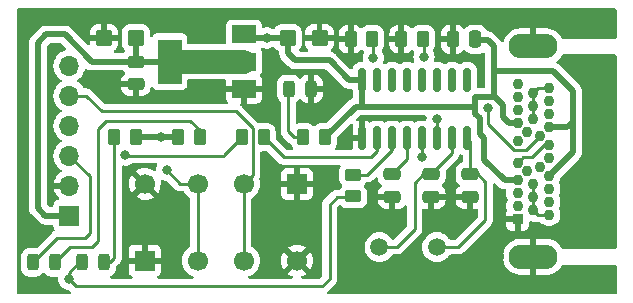
<source format=gbr>
%TF.GenerationSoftware,KiCad,Pcbnew,7.0.6*%
%TF.CreationDate,2024-04-30T21:30:12+02:00*%
%TF.ProjectId,F_Board_V1.1,465f426f-6172-4645-9f56-312e312e6b69,rev?*%
%TF.SameCoordinates,Original*%
%TF.FileFunction,Copper,L1,Top*%
%TF.FilePolarity,Positive*%
%FSLAX46Y46*%
G04 Gerber Fmt 4.6, Leading zero omitted, Abs format (unit mm)*
G04 Created by KiCad (PCBNEW 7.0.6) date 2024-04-30 21:30:12*
%MOMM*%
%LPD*%
G01*
G04 APERTURE LIST*
G04 Aperture macros list*
%AMRoundRect*
0 Rectangle with rounded corners*
0 $1 Rounding radius*
0 $2 $3 $4 $5 $6 $7 $8 $9 X,Y pos of 4 corners*
0 Add a 4 corners polygon primitive as box body*
4,1,4,$2,$3,$4,$5,$6,$7,$8,$9,$2,$3,0*
0 Add four circle primitives for the rounded corners*
1,1,$1+$1,$2,$3*
1,1,$1+$1,$4,$5*
1,1,$1+$1,$6,$7*
1,1,$1+$1,$8,$9*
0 Add four rect primitives between the rounded corners*
20,1,$1+$1,$2,$3,$4,$5,0*
20,1,$1+$1,$4,$5,$6,$7,0*
20,1,$1+$1,$6,$7,$8,$9,0*
20,1,$1+$1,$8,$9,$2,$3,0*%
G04 Aperture macros list end*
%TA.AperFunction,SMDPad,CuDef*%
%ADD10RoundRect,0.250000X-0.475000X0.250000X-0.475000X-0.250000X0.475000X-0.250000X0.475000X0.250000X0*%
%TD*%
%TA.AperFunction,SMDPad,CuDef*%
%ADD11RoundRect,0.250000X-0.262500X-0.450000X0.262500X-0.450000X0.262500X0.450000X-0.262500X0.450000X0*%
%TD*%
%TA.AperFunction,ComponentPad*%
%ADD12R,1.700000X1.700000*%
%TD*%
%TA.AperFunction,ComponentPad*%
%ADD13C,1.700000*%
%TD*%
%TA.AperFunction,SMDPad,CuDef*%
%ADD14RoundRect,0.250000X-0.450000X-0.425000X0.450000X-0.425000X0.450000X0.425000X-0.450000X0.425000X0*%
%TD*%
%TA.AperFunction,SMDPad,CuDef*%
%ADD15RoundRect,0.150000X0.150000X-0.825000X0.150000X0.825000X-0.150000X0.825000X-0.150000X-0.825000X0*%
%TD*%
%TA.AperFunction,SMDPad,CuDef*%
%ADD16RoundRect,0.250000X0.262500X0.450000X-0.262500X0.450000X-0.262500X-0.450000X0.262500X-0.450000X0*%
%TD*%
%TA.AperFunction,ComponentPad*%
%ADD17C,1.500000*%
%TD*%
%TA.AperFunction,SMDPad,CuDef*%
%ADD18R,2.000000X1.500000*%
%TD*%
%TA.AperFunction,SMDPad,CuDef*%
%ADD19R,2.000000X3.800000*%
%TD*%
%TA.AperFunction,SMDPad,CuDef*%
%ADD20RoundRect,0.243750X-0.243750X-0.456250X0.243750X-0.456250X0.243750X0.456250X-0.243750X0.456250X0*%
%TD*%
%TA.AperFunction,ComponentPad*%
%ADD21R,0.930000X0.930000*%
%TD*%
%TA.AperFunction,ComponentPad*%
%ADD22C,0.930000*%
%TD*%
%TA.AperFunction,ComponentPad*%
%ADD23O,4.150000X2.075000*%
%TD*%
%TA.AperFunction,SMDPad,CuDef*%
%ADD24RoundRect,0.250000X0.250000X0.475000X-0.250000X0.475000X-0.250000X-0.475000X0.250000X-0.475000X0*%
%TD*%
%TA.AperFunction,SMDPad,CuDef*%
%ADD25RoundRect,0.250000X-0.450000X0.262500X-0.450000X-0.262500X0.450000X-0.262500X0.450000X0.262500X0*%
%TD*%
%TA.AperFunction,SMDPad,CuDef*%
%ADD26RoundRect,0.243750X0.243750X0.456250X-0.243750X0.456250X-0.243750X-0.456250X0.243750X-0.456250X0*%
%TD*%
%TA.AperFunction,SMDPad,CuDef*%
%ADD27RoundRect,0.250000X0.450000X0.425000X-0.450000X0.425000X-0.450000X-0.425000X0.450000X-0.425000X0*%
%TD*%
%TA.AperFunction,ComponentPad*%
%ADD28O,1.700000X1.700000*%
%TD*%
%TA.AperFunction,ViaPad*%
%ADD29C,0.800000*%
%TD*%
%TA.AperFunction,Conductor*%
%ADD30C,0.250000*%
%TD*%
%TA.AperFunction,Conductor*%
%ADD31C,0.500000*%
%TD*%
%TA.AperFunction,Conductor*%
%ADD32C,2.000000*%
%TD*%
G04 APERTURE END LIST*
D10*
%TO.P,C2,1*%
%TO.N,Net-(U1-XO)*%
X178800000Y-93650000D03*
%TO.P,C2,2*%
%TO.N,/GND*%
X178800000Y-95550000D03*
%TD*%
D11*
%TO.P,R7,1*%
%TO.N,/GND*%
X172987500Y-82200000D03*
%TO.P,R7,2*%
%TO.N,Net-(J2-PadB5)*%
X174812500Y-82200000D03*
%TD*%
D10*
%TO.P,C3,1*%
%TO.N,Net-(U1-V3)*%
X172200000Y-93650000D03*
%TO.P,C3,2*%
%TO.N,/GND*%
X172200000Y-95550000D03*
%TD*%
D12*
%TO.P,SW2,1,1*%
%TO.N,/GND*%
X151250000Y-100950000D03*
D13*
X151250000Y-94450000D03*
%TO.P,SW2,2,2*%
%TO.N,Net-(J1-Pin_6)*%
X155750000Y-100950000D03*
X155750000Y-94450000D03*
%TD*%
D14*
%TO.P,C4,1*%
%TO.N,/+5V*%
X163350000Y-82100000D03*
%TO.P,C4,2*%
%TO.N,/GND*%
X166050000Y-82100000D03*
%TD*%
D12*
%TO.P,SW1,1,1*%
%TO.N,/GND*%
X164150000Y-94450000D03*
D13*
X164150000Y-100950000D03*
%TO.P,SW1,2,2*%
%TO.N,Net-(J1-Pin_5)*%
X159650000Y-94450000D03*
X159650000Y-100950000D03*
%TD*%
D15*
%TO.P,U1,1,GND*%
%TO.N,/GND*%
X169655000Y-90575000D03*
%TO.P,U1,2,TXD*%
%TO.N,Net-(U1-TXD)*%
X170925000Y-90575000D03*
%TO.P,U1,3,RXD*%
%TO.N,Net-(U1-RXD)*%
X172195000Y-90575000D03*
%TO.P,U1,4,V3*%
%TO.N,Net-(U1-V3)*%
X173465000Y-90575000D03*
%TO.P,U1,5,UD+*%
%TO.N,Net-(U1-UD+)*%
X174735000Y-90575000D03*
%TO.P,U1,6,UD-*%
%TO.N,Net-(U1-UD-)*%
X176005000Y-90575000D03*
%TO.P,U1,7,XI*%
%TO.N,Net-(U1-XI)*%
X177275000Y-90575000D03*
%TO.P,U1,8,XO*%
%TO.N,Net-(U1-XO)*%
X178545000Y-90575000D03*
%TO.P,U1,9,~{CTS}*%
%TO.N,unconnected-(U1-~{CTS}-Pad9)*%
X178545000Y-85625000D03*
%TO.P,U1,10,~{DSR}*%
%TO.N,unconnected-(U1-~{DSR}-Pad10)*%
X177275000Y-85625000D03*
%TO.P,U1,11,~{RI}*%
%TO.N,unconnected-(U1-~{RI}-Pad11)*%
X176005000Y-85625000D03*
%TO.P,U1,12,~{DCD}*%
%TO.N,unconnected-(U1-~{DCD}-Pad12)*%
X174735000Y-85625000D03*
%TO.P,U1,13,~{DTR}*%
%TO.N,unconnected-(U1-~{DTR}-Pad13)*%
X173465000Y-85625000D03*
%TO.P,U1,14,~{RTS}*%
%TO.N,unconnected-(U1-~{RTS}-Pad14)*%
X172195000Y-85625000D03*
%TO.P,U1,15,R232*%
%TO.N,unconnected-(U1-R232-Pad15)*%
X170925000Y-85625000D03*
%TO.P,U1,16,VCC*%
%TO.N,/+5V*%
X169655000Y-85625000D03*
%TD*%
D16*
%TO.P,R1,1*%
%TO.N,Net-(U1-TXD)*%
X161312500Y-90500000D03*
%TO.P,R1,2*%
%TO.N,Net-(D2-K)*%
X159487500Y-90500000D03*
%TD*%
D17*
%TO.P,Y1,1,1*%
%TO.N,Net-(U1-XI)*%
X171120000Y-99800000D03*
%TO.P,Y1,2,2*%
%TO.N,Net-(U1-XO)*%
X176000000Y-99800000D03*
%TD*%
D11*
%TO.P,R6,1*%
%TO.N,/GND*%
X168687500Y-82200000D03*
%TO.P,R6,2*%
%TO.N,Net-(J2-PadA5)*%
X170512500Y-82200000D03*
%TD*%
D10*
%TO.P,C6,1*%
%TO.N,/3V3*%
X150500000Y-84100000D03*
%TO.P,C6,2*%
%TO.N,/GND*%
X150500000Y-86000000D03*
%TD*%
D18*
%TO.P,U2,1,GND*%
%TO.N,/GND*%
X159650000Y-86400000D03*
%TO.P,U2,2,VO*%
%TO.N,/3V3*%
X159650000Y-84100000D03*
D19*
X153350000Y-84100000D03*
D18*
%TO.P,U2,3,VI*%
%TO.N,/+5V*%
X159650000Y-81800000D03*
%TD*%
D10*
%TO.P,C1,1*%
%TO.N,Net-(U1-XI)*%
X175500000Y-93650000D03*
%TO.P,C1,2*%
%TO.N,/GND*%
X175500000Y-95550000D03*
%TD*%
D11*
%TO.P,R3,1*%
%TO.N,Net-(D1-A)*%
X148687500Y-90500000D03*
%TO.P,R3,2*%
%TO.N,/+5V*%
X150512500Y-90500000D03*
%TD*%
D20*
%TO.P,D1,1,K*%
%TO.N,Net-(D1-K)*%
X145962500Y-101100000D03*
%TO.P,D1,2,A*%
%TO.N,Net-(D1-A)*%
X147837500Y-101100000D03*
%TD*%
D21*
%TO.P,J2,A1,A1*%
%TO.N,/GND*%
X182832500Y-97444250D03*
D22*
%TO.P,J2,A2,A2*%
%TO.N,unconnected-(J2-PadA2)*%
X182832500Y-96344250D03*
%TO.P,J2,A3,A3*%
%TO.N,unconnected-(J2-PadA3)*%
X182832500Y-95244250D03*
%TO.P,J2,A4,A4*%
%TO.N,/+5V*%
X182832500Y-94144250D03*
%TO.P,J2,A5,A5*%
%TO.N,Net-(J2-PadA5)*%
X183632500Y-93394250D03*
%TO.P,J2,A6,A6*%
%TO.N,Net-(U1-UD+)*%
X182832500Y-92644250D03*
%TO.P,J2,A7,A7*%
%TO.N,Net-(U1-UD-)*%
X182832500Y-90794250D03*
%TO.P,J2,A8,A8*%
%TO.N,unconnected-(J2-PadA8)*%
X183632500Y-90044250D03*
%TO.P,J2,A9,A9*%
%TO.N,/+5V*%
X182832500Y-89294250D03*
%TO.P,J2,A10,A10*%
%TO.N,unconnected-(J2-PadA10)*%
X182832500Y-88194250D03*
%TO.P,J2,A11,A11*%
%TO.N,unconnected-(J2-PadA11)*%
X182832500Y-87094250D03*
%TO.P,J2,A12,A12*%
%TO.N,/GND*%
X182832500Y-85994250D03*
%TO.P,J2,B1,B1*%
%TO.N,Net-(J2-GND-PadG1)*%
X185482500Y-86369250D03*
%TO.P,J2,B2,B2*%
%TO.N,unconnected-(J2-PadB2)*%
X185482500Y-87469250D03*
%TO.P,J2,B3,B3*%
%TO.N,unconnected-(J2-PadB3)*%
X185482500Y-88569250D03*
%TO.P,J2,B4,B4*%
%TO.N,/+5V*%
X185482500Y-89669250D03*
%TO.P,J2,B5,B5*%
%TO.N,Net-(J2-PadB5)*%
X184682500Y-90419250D03*
%TO.P,J2,B6,B6*%
%TO.N,Net-(U1-UD+)*%
X185482500Y-91169250D03*
%TO.P,J2,B7,B7*%
%TO.N,Net-(U1-UD-)*%
X185482500Y-92269250D03*
%TO.P,J2,B8,B8*%
%TO.N,unconnected-(J2-PadB8)*%
X184682500Y-93019250D03*
%TO.P,J2,B9,B9*%
%TO.N,/+5V*%
X185482500Y-93769250D03*
%TO.P,J2,B10,B10*%
%TO.N,unconnected-(J2-PadB10)*%
X185482500Y-94869250D03*
%TO.P,J2,B11,B11*%
%TO.N,unconnected-(J2-PadB11)*%
X185482500Y-95969250D03*
%TO.P,J2,B12,B12*%
%TO.N,Net-(J2-GND-PadG1)*%
X185482500Y-97069250D03*
%TO.P,J2,G1,GND*%
X184157500Y-96669250D03*
%TO.P,J2,G2,GND*%
X184157500Y-95569250D03*
%TO.P,J2,G3,GND*%
X184157500Y-94469250D03*
%TO.P,J2,G4,GND*%
X184157500Y-88969250D03*
%TO.P,J2,G5,GND*%
X184157500Y-87869250D03*
%TO.P,J2,G6,GND*%
X184157500Y-86769250D03*
D23*
%TO.P,J2,S1,SHIELD*%
%TO.N,/GND*%
X184157500Y-100619250D03*
%TO.P,J2,S2,SHIELD*%
X184157500Y-82819250D03*
%TD*%
D24*
%TO.P,C7,1*%
%TO.N,/+5V*%
X179250000Y-82200000D03*
%TO.P,C7,2*%
%TO.N,/GND*%
X177350000Y-82200000D03*
%TD*%
D20*
%TO.P,D2,1,K*%
%TO.N,Net-(D2-K)*%
X141762500Y-101100000D03*
%TO.P,D2,2,A*%
%TO.N,Net-(D2-A)*%
X143637500Y-101100000D03*
%TD*%
D16*
%TO.P,R4,1*%
%TO.N,Net-(D2-A)*%
X155912500Y-90500000D03*
%TO.P,R4,2*%
%TO.N,/+5V*%
X154087500Y-90500000D03*
%TD*%
D25*
%TO.P,R2,1*%
%TO.N,Net-(U1-RXD)*%
X168900000Y-93687500D03*
%TO.P,R2,2*%
%TO.N,Net-(D1-K)*%
X168900000Y-95512500D03*
%TD*%
D26*
%TO.P,D3,1,K*%
%TO.N,/GND*%
X165337500Y-86400000D03*
%TO.P,D3,2,A*%
%TO.N,Net-(D3-A)*%
X163462500Y-86400000D03*
%TD*%
D27*
%TO.P,C5,1*%
%TO.N,/3V3*%
X150500000Y-82100000D03*
%TO.P,C5,2*%
%TO.N,/GND*%
X147800000Y-82100000D03*
%TD*%
D11*
%TO.P,R5,1*%
%TO.N,Net-(D3-A)*%
X164687500Y-90500000D03*
%TO.P,R5,2*%
%TO.N,/+5V*%
X166512500Y-90500000D03*
%TD*%
D12*
%TO.P,J1,1,Pin_1*%
%TO.N,/3V3*%
X144875000Y-97150000D03*
D28*
%TO.P,J1,2,Pin_2*%
%TO.N,/GND*%
X144875000Y-94610000D03*
%TO.P,J1,3,Pin_3*%
%TO.N,Net-(D2-K)*%
X144875000Y-92070000D03*
%TO.P,J1,4,Pin_4*%
%TO.N,Net-(D1-K)*%
X144875000Y-89530000D03*
%TO.P,J1,5,Pin_5*%
%TO.N,Net-(J1-Pin_5)*%
X144875000Y-86990000D03*
%TO.P,J1,6,Pin_6*%
%TO.N,Net-(J1-Pin_6)*%
X144875000Y-84450000D03*
%TD*%
D29*
%TO.N,/GND*%
X163100000Y-84800000D03*
X168300000Y-90700000D03*
X150600000Y-96000000D03*
X166900000Y-94000000D03*
X167600000Y-86500000D03*
%TO.N,/+5V*%
X152600000Y-90500000D03*
X161600000Y-82100000D03*
%TO.N,Net-(D1-K)*%
X144800000Y-102500000D03*
%TO.N,Net-(D2-K)*%
X149600000Y-92000000D03*
%TO.N,Net-(J1-Pin_6)*%
X153100000Y-93300000D03*
%TO.N,Net-(J2-PadA5)*%
X170600000Y-83800000D03*
%TO.N,Net-(U1-UD+)*%
X174700000Y-92200000D03*
%TO.N,Net-(U1-UD-)*%
X176000000Y-89000000D03*
%TO.N,Net-(J2-PadB5)*%
X180300000Y-88000000D03*
X174900000Y-83700000D03*
%TD*%
D30*
%TO.N,Net-(U1-XI)*%
X172600000Y-99800000D02*
X174100000Y-98300000D01*
X171150000Y-99800000D02*
X172600000Y-99800000D01*
X174850000Y-93650000D02*
X175500000Y-93650000D01*
X175500000Y-93650000D02*
X177275000Y-91875000D01*
X177275000Y-91875000D02*
X177275000Y-90575000D01*
X174100000Y-94400000D02*
X174850000Y-93650000D01*
X174100000Y-98300000D02*
X174100000Y-94400000D01*
%TO.N,Net-(U1-XO)*%
X178800000Y-93650000D02*
X178800000Y-90830000D01*
X177800000Y-99800000D02*
X180100000Y-97500000D01*
X176200000Y-99800000D02*
X177800000Y-99800000D01*
X180100000Y-97500000D02*
X180100000Y-94300000D01*
X180100000Y-94300000D02*
X179450000Y-93650000D01*
X178800000Y-90830000D02*
X178545000Y-90575000D01*
X179450000Y-93650000D02*
X178800000Y-93650000D01*
%TO.N,Net-(U1-V3)*%
X173465000Y-92385000D02*
X172200000Y-93650000D01*
X173465000Y-90575000D02*
X173465000Y-92385000D01*
D31*
%TO.N,/+5V*%
X182094250Y-89294250D02*
X182815271Y-89294250D01*
X164000000Y-84000000D02*
X163400000Y-83400000D01*
X152600000Y-90500000D02*
X150512500Y-90500000D01*
X180800000Y-84900000D02*
X185800000Y-84900000D01*
X179200000Y-88500000D02*
X179200000Y-87900000D01*
X168525000Y-85625000D02*
X166900000Y-84000000D01*
X181600000Y-87800000D02*
X180900000Y-87100000D01*
X180800000Y-82800000D02*
X180300000Y-82300000D01*
X179200000Y-87100000D02*
X180900000Y-87100000D01*
D30*
X182815271Y-89294250D02*
X182832500Y-89294250D01*
D31*
X160000000Y-81800000D02*
X159650000Y-81800000D01*
X180800000Y-84900000D02*
X180800000Y-82800000D01*
X180800000Y-84900000D02*
X180800000Y-87000000D01*
X163350000Y-82100000D02*
X161600000Y-82100000D01*
X181600000Y-88800000D02*
X181600000Y-87800000D01*
X169655000Y-87855000D02*
X169655000Y-85625000D01*
X187500000Y-91751750D02*
X187500000Y-89100000D01*
D30*
X159950000Y-82100000D02*
X159650000Y-81800000D01*
D31*
X163400000Y-82150000D02*
X163350000Y-82100000D01*
X187500000Y-86600000D02*
X187500000Y-89100000D01*
X163400000Y-83400000D02*
X163400000Y-82150000D01*
X161600000Y-82100000D02*
X159950000Y-82100000D01*
X179600000Y-88900000D02*
X179200000Y-88500000D01*
X180000000Y-92400000D02*
X180000000Y-90600000D01*
X170700000Y-87900000D02*
X179200000Y-87900000D01*
X180000000Y-90600000D02*
X179600000Y-90200000D01*
X180300000Y-82300000D02*
X179250000Y-82300000D01*
X185800000Y-84900000D02*
X187500000Y-86600000D01*
X187030750Y-89669250D02*
X185482500Y-89669250D01*
X154087500Y-90500000D02*
X152600000Y-90500000D01*
X170700000Y-87900000D02*
X169112500Y-87900000D01*
X169112500Y-87900000D02*
X166512500Y-90500000D01*
X179600000Y-90200000D02*
X179600000Y-88900000D01*
D30*
X187500000Y-89100000D02*
X187500000Y-89200000D01*
D31*
X181744250Y-94144250D02*
X180000000Y-92400000D01*
X185482500Y-93769250D02*
X187500000Y-91751750D01*
X179200000Y-87900000D02*
X179200000Y-87100000D01*
X187500000Y-89200000D02*
X187030750Y-89669250D01*
X166900000Y-84000000D02*
X164000000Y-84000000D01*
D30*
X180800000Y-87000000D02*
X180900000Y-87100000D01*
D31*
X181600000Y-88800000D02*
X182094250Y-89294250D01*
X169655000Y-85625000D02*
X168525000Y-85625000D01*
X182832500Y-94144250D02*
X181744250Y-94144250D01*
%TO.N,/3V3*%
X153350000Y-84100000D02*
X150900000Y-84100000D01*
X150900000Y-84100000D02*
X146800000Y-84100000D01*
X142900000Y-81800000D02*
X142200000Y-82500000D01*
X150500000Y-84100000D02*
X150500000Y-82100000D01*
X146800000Y-84100000D02*
X144500000Y-81800000D01*
X142850000Y-97150000D02*
X144875000Y-97150000D01*
X144500000Y-81800000D02*
X142900000Y-81800000D01*
X142200000Y-82500000D02*
X142200000Y-96500000D01*
X142200000Y-96500000D02*
X142850000Y-97150000D01*
D32*
X159650000Y-84100000D02*
X153350000Y-84100000D01*
D30*
%TO.N,Net-(D1-K)*%
X168812500Y-95600000D02*
X168900000Y-95512500D01*
X145700000Y-101100000D02*
X145962500Y-101100000D01*
X166900000Y-102500000D02*
X166900000Y-96200000D01*
X167500000Y-95600000D02*
X168812500Y-95600000D01*
X145400000Y-103100000D02*
X166300000Y-103100000D01*
X144800000Y-102000000D02*
X145700000Y-101100000D01*
X166900000Y-96200000D02*
X167500000Y-95600000D01*
X166300000Y-103100000D02*
X166900000Y-102500000D01*
X144800000Y-102500000D02*
X144800000Y-102000000D01*
X144800000Y-102500000D02*
X145400000Y-103100000D01*
%TO.N,Net-(D1-A)*%
X148687500Y-100712500D02*
X148300000Y-101100000D01*
X148687500Y-90500000D02*
X148687500Y-100712500D01*
X148300000Y-101100000D02*
X147837500Y-101100000D01*
%TO.N,Net-(D2-K)*%
X146600000Y-93795000D02*
X146600000Y-98600000D01*
X146600000Y-98600000D02*
X146200000Y-99000000D01*
X144875000Y-92070000D02*
X146600000Y-93795000D01*
X143862500Y-99000000D02*
X141762500Y-101100000D01*
X157987500Y-92050000D02*
X149600000Y-92050000D01*
X159487500Y-90500000D02*
X157987500Y-92000000D01*
X146200000Y-99000000D02*
X143862500Y-99000000D01*
%TO.N,Net-(D2-A)*%
X147300000Y-99300000D02*
X146800000Y-99800000D01*
X146800000Y-99800000D02*
X144937500Y-99800000D01*
X155100000Y-89100000D02*
X148000000Y-89100000D01*
X148000000Y-89100000D02*
X147300000Y-89800000D01*
X144937500Y-99800000D02*
X143637500Y-101100000D01*
X155912500Y-90500000D02*
X155912500Y-89912500D01*
X155912500Y-89912500D02*
X155100000Y-89100000D01*
X147300000Y-89800000D02*
X147300000Y-99300000D01*
%TO.N,Net-(D3-A)*%
X163400000Y-90000000D02*
X163400000Y-86462500D01*
X163900000Y-90500000D02*
X163400000Y-90000000D01*
X163400000Y-86462500D02*
X163462500Y-86400000D01*
X164687500Y-90500000D02*
X163900000Y-90500000D01*
%TO.N,Net-(J1-Pin_5)*%
X159650000Y-94450000D02*
X159650000Y-100950000D01*
X160400000Y-93700000D02*
X159650000Y-94450000D01*
X146290000Y-86990000D02*
X147600000Y-88300000D01*
X147600000Y-88300000D02*
X158963173Y-88300000D01*
X158963173Y-88300000D02*
X160400000Y-89736827D01*
X144875000Y-86990000D02*
X146290000Y-86990000D01*
X160400000Y-89736827D02*
X160400000Y-93700000D01*
%TO.N,Net-(J1-Pin_6)*%
X153100000Y-93300000D02*
X154250000Y-94450000D01*
X154250000Y-94450000D02*
X155750000Y-94450000D01*
X155750000Y-94450000D02*
X155750000Y-100950000D01*
%TO.N,Net-(J2-PadA5)*%
X170600000Y-83800000D02*
X170600000Y-82287500D01*
X170600000Y-82287500D02*
X170512500Y-82200000D01*
%TO.N,Net-(U1-UD+)*%
X185049729Y-91169250D02*
X184039729Y-92179250D01*
X184039729Y-92179250D02*
X183297500Y-92179250D01*
X183297500Y-92179250D02*
X182832500Y-92644250D01*
X185482500Y-91169250D02*
X185049729Y-91169250D01*
X174700000Y-90610000D02*
X174735000Y-90575000D01*
X174700000Y-92200000D02*
X174700000Y-90610000D01*
%TO.N,Net-(U1-UD-)*%
X176005000Y-89005000D02*
X176000000Y-89000000D01*
X176005000Y-90575000D02*
X176005000Y-89005000D01*
%TO.N,Net-(J2-PadB5)*%
X180300000Y-89400000D02*
X180300000Y-88000000D01*
X182484250Y-91584250D02*
X180300000Y-89400000D01*
X184682500Y-90419250D02*
X183517500Y-91584250D01*
X183517500Y-91584250D02*
X182484250Y-91584250D01*
X174900000Y-83700000D02*
X174900000Y-82287500D01*
X174900000Y-82287500D02*
X174812500Y-82200000D01*
%TO.N,Net-(U1-TXD)*%
X163012500Y-92200000D02*
X170400000Y-92200000D01*
X161312500Y-90500000D02*
X163012500Y-92200000D01*
X170400000Y-92200000D02*
X170925000Y-91675000D01*
X170925000Y-91675000D02*
X170925000Y-90575000D01*
%TO.N,Net-(U1-RXD)*%
X172195000Y-91605000D02*
X172195000Y-90575000D01*
X170112500Y-93687500D02*
X172195000Y-91605000D01*
X168900000Y-93687500D02*
X170112500Y-93687500D01*
%TO.N,Net-(J2-GND-PadG1)*%
X185482500Y-97069250D02*
X184557500Y-97069250D01*
X184157500Y-86769250D02*
X184157500Y-88969250D01*
X184557500Y-86369250D02*
X184157500Y-86769250D01*
X184557500Y-97069250D02*
X184157500Y-96669250D01*
X185482500Y-86369250D02*
X184557500Y-86369250D01*
X184157500Y-96669250D02*
X184157500Y-94469250D01*
%TD*%
%TA.AperFunction,Conductor*%
%TO.N,/GND*%
G36*
X191142539Y-79620185D02*
G01*
X191188294Y-79672989D01*
X191199500Y-79724500D01*
X191199500Y-82020250D01*
X191179815Y-82087289D01*
X191127011Y-82133044D01*
X191075500Y-82144250D01*
X186654931Y-82144250D01*
X186587892Y-82124565D01*
X186542903Y-82073408D01*
X186530845Y-82047997D01*
X186389829Y-81843701D01*
X186389828Y-81843700D01*
X186217866Y-81664670D01*
X186019420Y-81515546D01*
X186019409Y-81515540D01*
X185799611Y-81400180D01*
X185799607Y-81400179D01*
X185564145Y-81321569D01*
X185319123Y-81281750D01*
X184407500Y-81281750D01*
X184407500Y-82020250D01*
X184387815Y-82087289D01*
X184335011Y-82133044D01*
X184283500Y-82144250D01*
X184031500Y-82144250D01*
X183964461Y-82124565D01*
X183918706Y-82071761D01*
X183907500Y-82020250D01*
X183907500Y-81281750D01*
X183058038Y-81281750D01*
X182872565Y-81296722D01*
X182631541Y-81356130D01*
X182403167Y-81453431D01*
X182193353Y-81586109D01*
X182007542Y-81750721D01*
X181850544Y-81943011D01*
X181850539Y-81943018D01*
X181770155Y-82082250D01*
X181719588Y-82130465D01*
X181662768Y-82144250D01*
X181657500Y-82144250D01*
X181657500Y-82317010D01*
X181649438Y-82360992D01*
X181647938Y-82364946D01*
X181605754Y-82420645D01*
X181540154Y-82444696D01*
X181471966Y-82429462D01*
X181426462Y-82386061D01*
X181392714Y-82331348D01*
X181388234Y-82325682D01*
X181388281Y-82325644D01*
X181383519Y-82319799D01*
X181383474Y-82319838D01*
X181378834Y-82314309D01*
X181378832Y-82314307D01*
X181378830Y-82314304D01*
X181348061Y-82285275D01*
X181322966Y-82261598D01*
X180875729Y-81814361D01*
X180863949Y-81800730D01*
X180856482Y-81790701D01*
X180849612Y-81781472D01*
X180849610Y-81781470D01*
X180809587Y-81747886D01*
X180805612Y-81744244D01*
X180802690Y-81741322D01*
X180799780Y-81738411D01*
X180774040Y-81718059D01*
X180722740Y-81675013D01*
X180715214Y-81668698D01*
X180715213Y-81668697D01*
X180715209Y-81668694D01*
X180709180Y-81664729D01*
X180709212Y-81664680D01*
X180702853Y-81660628D01*
X180702822Y-81660679D01*
X180696680Y-81656891D01*
X180696678Y-81656890D01*
X180696677Y-81656889D01*
X180657474Y-81638608D01*
X180627058Y-81624424D01*
X180572849Y-81597200D01*
X180558433Y-81589960D01*
X180558431Y-81589959D01*
X180558430Y-81589959D01*
X180551645Y-81587489D01*
X180551665Y-81587433D01*
X180544549Y-81584959D01*
X180544531Y-81585015D01*
X180537671Y-81582742D01*
X180509841Y-81576996D01*
X180462434Y-81567207D01*
X180413472Y-81555603D01*
X180387719Y-81549499D01*
X180380547Y-81548661D01*
X180380553Y-81548601D01*
X180373055Y-81547835D01*
X180373050Y-81547895D01*
X180365859Y-81547265D01*
X180325289Y-81548446D01*
X180257706Y-81530719D01*
X180210435Y-81479267D01*
X180203981Y-81463509D01*
X180184814Y-81405666D01*
X180092712Y-81256344D01*
X179968656Y-81132288D01*
X179859864Y-81065185D01*
X179819336Y-81040187D01*
X179819331Y-81040185D01*
X179817862Y-81039698D01*
X179652797Y-80985001D01*
X179652795Y-80985000D01*
X179550010Y-80974500D01*
X178949998Y-80974500D01*
X178949980Y-80974501D01*
X178847203Y-80985000D01*
X178847200Y-80985001D01*
X178680668Y-81040185D01*
X178680663Y-81040187D01*
X178531342Y-81132289D01*
X178407288Y-81256343D01*
X178407283Y-81256349D01*
X178405241Y-81259661D01*
X178403247Y-81261453D01*
X178402807Y-81262011D01*
X178402711Y-81261935D01*
X178353291Y-81306383D01*
X178284328Y-81317602D01*
X178220247Y-81289755D01*
X178194168Y-81259656D01*
X178192319Y-81256659D01*
X178192316Y-81256655D01*
X178068345Y-81132684D01*
X177919124Y-81040643D01*
X177919119Y-81040641D01*
X177752697Y-80985494D01*
X177752690Y-80985493D01*
X177649986Y-80975000D01*
X177600000Y-80975000D01*
X177600000Y-83424999D01*
X177649972Y-83424999D01*
X177649986Y-83424998D01*
X177752697Y-83414505D01*
X177919119Y-83359358D01*
X177919124Y-83359356D01*
X178068345Y-83267315D01*
X178192318Y-83143342D01*
X178194165Y-83140348D01*
X178195969Y-83138724D01*
X178196798Y-83137677D01*
X178196976Y-83137818D01*
X178246110Y-83093621D01*
X178315073Y-83082396D01*
X178379156Y-83110236D01*
X178405243Y-83140341D01*
X178407288Y-83143656D01*
X178531344Y-83267712D01*
X178680666Y-83359814D01*
X178847203Y-83414999D01*
X178949991Y-83425500D01*
X179550008Y-83425499D01*
X179550016Y-83425498D01*
X179550019Y-83425498D01*
X179622841Y-83418059D01*
X179652797Y-83414999D01*
X179819334Y-83359814D01*
X179860404Y-83334481D01*
X179927796Y-83316042D01*
X179994459Y-83336965D01*
X180039229Y-83390607D01*
X180049500Y-83440021D01*
X180049500Y-84876358D01*
X180049395Y-84879963D01*
X180045669Y-84943934D01*
X180045669Y-84943935D01*
X180047616Y-84954977D01*
X180049500Y-84976509D01*
X180049500Y-86225500D01*
X180029815Y-86292539D01*
X179977011Y-86338294D01*
X179925500Y-86349500D01*
X179469500Y-86349500D01*
X179402461Y-86329815D01*
X179356706Y-86277011D01*
X179345500Y-86225500D01*
X179345500Y-84734304D01*
X179342598Y-84697432D01*
X179342597Y-84697426D01*
X179296745Y-84539606D01*
X179296744Y-84539603D01*
X179296744Y-84539602D01*
X179213081Y-84398135D01*
X179213079Y-84398133D01*
X179213076Y-84398129D01*
X179096870Y-84281923D01*
X179096862Y-84281917D01*
X178995726Y-84222106D01*
X178955398Y-84198256D01*
X178955397Y-84198255D01*
X178955396Y-84198255D01*
X178955393Y-84198254D01*
X178797573Y-84152402D01*
X178797567Y-84152401D01*
X178760696Y-84149500D01*
X178760694Y-84149500D01*
X178329306Y-84149500D01*
X178329304Y-84149500D01*
X178292432Y-84152401D01*
X178292426Y-84152402D01*
X178134606Y-84198254D01*
X178134603Y-84198255D01*
X177993137Y-84281917D01*
X177986969Y-84286702D01*
X177985072Y-84284256D01*
X177936358Y-84310857D01*
X177866666Y-84305873D01*
X177834296Y-84285069D01*
X177833031Y-84286702D01*
X177826862Y-84281917D01*
X177725726Y-84222106D01*
X177685398Y-84198256D01*
X177685397Y-84198255D01*
X177685396Y-84198255D01*
X177685393Y-84198254D01*
X177527573Y-84152402D01*
X177527567Y-84152401D01*
X177490696Y-84149500D01*
X177490694Y-84149500D01*
X177059306Y-84149500D01*
X177059304Y-84149500D01*
X177022432Y-84152401D01*
X177022426Y-84152402D01*
X176864606Y-84198254D01*
X176864603Y-84198255D01*
X176723137Y-84281917D01*
X176716969Y-84286702D01*
X176715072Y-84284256D01*
X176666358Y-84310857D01*
X176596666Y-84305873D01*
X176564296Y-84285069D01*
X176563031Y-84286702D01*
X176556862Y-84281917D01*
X176455726Y-84222106D01*
X176415398Y-84198256D01*
X176415397Y-84198255D01*
X176415396Y-84198255D01*
X176415393Y-84198254D01*
X176257573Y-84152402D01*
X176257567Y-84152401D01*
X176220696Y-84149500D01*
X176220694Y-84149500D01*
X175871462Y-84149500D01*
X175804423Y-84129815D01*
X175758668Y-84077011D01*
X175748724Y-84007853D01*
X175753531Y-83987182D01*
X175758821Y-83970899D01*
X175785674Y-83888256D01*
X175805460Y-83700000D01*
X175785674Y-83511744D01*
X175728885Y-83336965D01*
X175727181Y-83331722D01*
X175727180Y-83331721D01*
X175727179Y-83331716D01*
X175671897Y-83235965D01*
X175655425Y-83168067D01*
X175673745Y-83108873D01*
X175759814Y-82969334D01*
X175814999Y-82802797D01*
X175825500Y-82700009D01*
X175825500Y-82450000D01*
X176350001Y-82450000D01*
X176350001Y-82724986D01*
X176360494Y-82827697D01*
X176415641Y-82994119D01*
X176415643Y-82994124D01*
X176507684Y-83143345D01*
X176631654Y-83267315D01*
X176780875Y-83359356D01*
X176780880Y-83359358D01*
X176947302Y-83414505D01*
X176947309Y-83414506D01*
X177050019Y-83424999D01*
X177099999Y-83424998D01*
X177100000Y-83424998D01*
X177100000Y-82450000D01*
X176350001Y-82450000D01*
X175825500Y-82450000D01*
X175825499Y-81950000D01*
X176350000Y-81950000D01*
X177100000Y-81950000D01*
X177100000Y-80975000D01*
X177099999Y-80974999D01*
X177050029Y-80975000D01*
X177050011Y-80975001D01*
X176947302Y-80985494D01*
X176780880Y-81040641D01*
X176780875Y-81040643D01*
X176631654Y-81132684D01*
X176507684Y-81256654D01*
X176415643Y-81405875D01*
X176415641Y-81405880D01*
X176360494Y-81572302D01*
X176360493Y-81572309D01*
X176350000Y-81675013D01*
X176350000Y-81950000D01*
X175825499Y-81950000D01*
X175825499Y-81699992D01*
X175822947Y-81675013D01*
X175814999Y-81597203D01*
X175814998Y-81597200D01*
X175811780Y-81587489D01*
X175759814Y-81430666D01*
X175667712Y-81281344D01*
X175543656Y-81157288D01*
X175422061Y-81082288D01*
X175394336Y-81065187D01*
X175394331Y-81065185D01*
X175378687Y-81060001D01*
X175227797Y-81010001D01*
X175227795Y-81010000D01*
X175125010Y-80999500D01*
X174499998Y-80999500D01*
X174499980Y-80999501D01*
X174397203Y-81010000D01*
X174397200Y-81010001D01*
X174230668Y-81065185D01*
X174230663Y-81065187D01*
X174081345Y-81157287D01*
X173987327Y-81251305D01*
X173926003Y-81284789D01*
X173856312Y-81279805D01*
X173811965Y-81251304D01*
X173718345Y-81157684D01*
X173569124Y-81065643D01*
X173569119Y-81065641D01*
X173402697Y-81010494D01*
X173402690Y-81010493D01*
X173299986Y-81000000D01*
X173237500Y-81000000D01*
X173237500Y-83399999D01*
X173299972Y-83399999D01*
X173299986Y-83399998D01*
X173402697Y-83389505D01*
X173569119Y-83334358D01*
X173569124Y-83334356D01*
X173718342Y-83242317D01*
X173811964Y-83148695D01*
X173873287Y-83115210D01*
X173942979Y-83120194D01*
X173987327Y-83148695D01*
X174043007Y-83204375D01*
X174076492Y-83265698D01*
X174073257Y-83330374D01*
X174015552Y-83507972D01*
X174014326Y-83511744D01*
X173994540Y-83700000D01*
X174014326Y-83888256D01*
X174014327Y-83888259D01*
X174070650Y-84061604D01*
X174072645Y-84131445D01*
X174036565Y-84191278D01*
X173973864Y-84222106D01*
X173904449Y-84214141D01*
X173889598Y-84206654D01*
X173875396Y-84198255D01*
X173875393Y-84198254D01*
X173717573Y-84152402D01*
X173717567Y-84152401D01*
X173680696Y-84149500D01*
X173680694Y-84149500D01*
X173249306Y-84149500D01*
X173249304Y-84149500D01*
X173212432Y-84152401D01*
X173212426Y-84152402D01*
X173054606Y-84198254D01*
X173054603Y-84198255D01*
X172913137Y-84281917D01*
X172906969Y-84286702D01*
X172905072Y-84284256D01*
X172856358Y-84310857D01*
X172786666Y-84305873D01*
X172754296Y-84285069D01*
X172753031Y-84286702D01*
X172746862Y-84281917D01*
X172645726Y-84222106D01*
X172605398Y-84198256D01*
X172605397Y-84198255D01*
X172605396Y-84198255D01*
X172605393Y-84198254D01*
X172447573Y-84152402D01*
X172447567Y-84152401D01*
X172410696Y-84149500D01*
X172410694Y-84149500D01*
X171979306Y-84149500D01*
X171979304Y-84149500D01*
X171942432Y-84152401D01*
X171942426Y-84152402D01*
X171784606Y-84198254D01*
X171784603Y-84198255D01*
X171643137Y-84281917D01*
X171636969Y-84286702D01*
X171635072Y-84284256D01*
X171586358Y-84310857D01*
X171516666Y-84305873D01*
X171484293Y-84285067D01*
X171483028Y-84286699D01*
X171476550Y-84281674D01*
X171474416Y-84278720D01*
X171472319Y-84277372D01*
X171471349Y-84276402D01*
X171472158Y-84275592D01*
X171435644Y-84225031D01*
X171431856Y-84155264D01*
X171434614Y-84145398D01*
X171485674Y-83988256D01*
X171505460Y-83800000D01*
X171485674Y-83611744D01*
X171427179Y-83431716D01*
X171352362Y-83302129D01*
X171338399Y-83277944D01*
X171321926Y-83210043D01*
X171344779Y-83144017D01*
X171358108Y-83128260D01*
X171367709Y-83118659D01*
X171367709Y-83118658D01*
X171367712Y-83118656D01*
X171459814Y-82969334D01*
X171514999Y-82802797D01*
X171525500Y-82700009D01*
X171525500Y-82450000D01*
X171975001Y-82450000D01*
X171975001Y-82699986D01*
X171985494Y-82802697D01*
X172040641Y-82969119D01*
X172040643Y-82969124D01*
X172132684Y-83118345D01*
X172256654Y-83242315D01*
X172405875Y-83334356D01*
X172405880Y-83334358D01*
X172572302Y-83389505D01*
X172572309Y-83389506D01*
X172675019Y-83399999D01*
X172737499Y-83399998D01*
X172737500Y-83399998D01*
X172737500Y-82450000D01*
X171975001Y-82450000D01*
X171525500Y-82450000D01*
X171525499Y-81950000D01*
X171975000Y-81950000D01*
X172737500Y-81950000D01*
X172737500Y-81000000D01*
X172737499Y-80999999D01*
X172675028Y-81000000D01*
X172675011Y-81000001D01*
X172572302Y-81010494D01*
X172405880Y-81065641D01*
X172405875Y-81065643D01*
X172256654Y-81157684D01*
X172132684Y-81281654D01*
X172040643Y-81430875D01*
X172040641Y-81430880D01*
X171985494Y-81597302D01*
X171985493Y-81597309D01*
X171975000Y-81700013D01*
X171975000Y-81950000D01*
X171525499Y-81950000D01*
X171525499Y-81699992D01*
X171522947Y-81675013D01*
X171514999Y-81597203D01*
X171514998Y-81597200D01*
X171511780Y-81587489D01*
X171459814Y-81430666D01*
X171367712Y-81281344D01*
X171243656Y-81157288D01*
X171122061Y-81082288D01*
X171094336Y-81065187D01*
X171094331Y-81065185D01*
X171078687Y-81060001D01*
X170927797Y-81010001D01*
X170927795Y-81010000D01*
X170825010Y-80999500D01*
X170199998Y-80999500D01*
X170199980Y-80999501D01*
X170097203Y-81010000D01*
X170097200Y-81010001D01*
X169930668Y-81065185D01*
X169930663Y-81065187D01*
X169781345Y-81157287D01*
X169687327Y-81251305D01*
X169626003Y-81284789D01*
X169556312Y-81279805D01*
X169511965Y-81251304D01*
X169418345Y-81157684D01*
X169269124Y-81065643D01*
X169269119Y-81065641D01*
X169102697Y-81010494D01*
X169102690Y-81010493D01*
X168999986Y-81000000D01*
X168937500Y-81000000D01*
X168937500Y-83399999D01*
X168999972Y-83399999D01*
X168999986Y-83399998D01*
X169102697Y-83389505D01*
X169269119Y-83334358D01*
X169269124Y-83334356D01*
X169418342Y-83242317D01*
X169511964Y-83148695D01*
X169573287Y-83115210D01*
X169642979Y-83120194D01*
X169687327Y-83148695D01*
X169777840Y-83239208D01*
X169811325Y-83300531D01*
X169806341Y-83370223D01*
X169797547Y-83388888D01*
X169772820Y-83431716D01*
X169721226Y-83590508D01*
X169714326Y-83611744D01*
X169694540Y-83800000D01*
X169714326Y-83988256D01*
X169714326Y-83988258D01*
X169714327Y-83988261D01*
X169715678Y-83994617D01*
X169714198Y-83994931D01*
X169715972Y-84057024D01*
X169679891Y-84116856D01*
X169617190Y-84147684D01*
X169596046Y-84149500D01*
X169439304Y-84149500D01*
X169402432Y-84152401D01*
X169402426Y-84152402D01*
X169244606Y-84198254D01*
X169244603Y-84198255D01*
X169103137Y-84281917D01*
X169103129Y-84281923D01*
X168986923Y-84398129D01*
X168986917Y-84398137D01*
X168903255Y-84539603D01*
X168903253Y-84539606D01*
X168871188Y-84649977D01*
X168833582Y-84708863D01*
X168770109Y-84738069D01*
X168700922Y-84728323D01*
X168664431Y-84703063D01*
X167475729Y-83514361D01*
X167463949Y-83500730D01*
X167456482Y-83490701D01*
X167449612Y-83481472D01*
X167449610Y-83481470D01*
X167409587Y-83447886D01*
X167405612Y-83444244D01*
X167401389Y-83440021D01*
X167399780Y-83438411D01*
X167374040Y-83418059D01*
X167315209Y-83368694D01*
X167309180Y-83364729D01*
X167309212Y-83364680D01*
X167302853Y-83360628D01*
X167302822Y-83360679D01*
X167296680Y-83356891D01*
X167296678Y-83356890D01*
X167296677Y-83356889D01*
X167248356Y-83334356D01*
X167227058Y-83324424D01*
X167186250Y-83303930D01*
X167158433Y-83289960D01*
X167158431Y-83289959D01*
X167158430Y-83289959D01*
X167151645Y-83287489D01*
X167151665Y-83287433D01*
X167144549Y-83284959D01*
X167144531Y-83285015D01*
X167137671Y-83282742D01*
X167085430Y-83271955D01*
X167023756Y-83239120D01*
X166989624Y-83178155D01*
X166993872Y-83108414D01*
X167022824Y-83062835D01*
X167092317Y-82993342D01*
X167184356Y-82844124D01*
X167184358Y-82844119D01*
X167239505Y-82677697D01*
X167239506Y-82677690D01*
X167249999Y-82574986D01*
X167250000Y-82574973D01*
X167250000Y-82450000D01*
X167675001Y-82450000D01*
X167675001Y-82699986D01*
X167685494Y-82802697D01*
X167740641Y-82969119D01*
X167740643Y-82969124D01*
X167832684Y-83118345D01*
X167956654Y-83242315D01*
X168105875Y-83334356D01*
X168105880Y-83334358D01*
X168272302Y-83389505D01*
X168272309Y-83389506D01*
X168375019Y-83399999D01*
X168437499Y-83399998D01*
X168437500Y-83399998D01*
X168437500Y-82450000D01*
X167675001Y-82450000D01*
X167250000Y-82450000D01*
X167250000Y-82350000D01*
X164850001Y-82350000D01*
X164850001Y-82574986D01*
X164860494Y-82677697D01*
X164915641Y-82844119D01*
X164915643Y-82844124D01*
X165007684Y-82993345D01*
X165052158Y-83037819D01*
X165085643Y-83099142D01*
X165080659Y-83168834D01*
X165038787Y-83224767D01*
X164973323Y-83249184D01*
X164964477Y-83249500D01*
X164436230Y-83249500D01*
X164369191Y-83229815D01*
X164323436Y-83177011D01*
X164313492Y-83107853D01*
X164342517Y-83044297D01*
X164348549Y-83037819D01*
X164357274Y-83029094D01*
X164392712Y-82993656D01*
X164484814Y-82844334D01*
X164539999Y-82677797D01*
X164550500Y-82575009D01*
X164550499Y-81950000D01*
X167675000Y-81950000D01*
X168437500Y-81950000D01*
X168437500Y-81000000D01*
X168437499Y-80999999D01*
X168375028Y-81000000D01*
X168375011Y-81000001D01*
X168272302Y-81010494D01*
X168105880Y-81065641D01*
X168105875Y-81065643D01*
X167956654Y-81157684D01*
X167832684Y-81281654D01*
X167740643Y-81430875D01*
X167740641Y-81430880D01*
X167685494Y-81597302D01*
X167685493Y-81597309D01*
X167675000Y-81700013D01*
X167675000Y-81950000D01*
X164550499Y-81950000D01*
X164550499Y-81850000D01*
X164850000Y-81850000D01*
X165800000Y-81850000D01*
X165800000Y-80925000D01*
X166300000Y-80925000D01*
X166300000Y-81850000D01*
X167249999Y-81850000D01*
X167249999Y-81625028D01*
X167249998Y-81625013D01*
X167239505Y-81522302D01*
X167184358Y-81355880D01*
X167184356Y-81355875D01*
X167092315Y-81206654D01*
X166968345Y-81082684D01*
X166819124Y-80990643D01*
X166819119Y-80990641D01*
X166652697Y-80935494D01*
X166652690Y-80935493D01*
X166549986Y-80925000D01*
X166300000Y-80925000D01*
X165800000Y-80925000D01*
X165550029Y-80925000D01*
X165550012Y-80925001D01*
X165447302Y-80935494D01*
X165280880Y-80990641D01*
X165280875Y-80990643D01*
X165131654Y-81082684D01*
X165007684Y-81206654D01*
X164915643Y-81355875D01*
X164915641Y-81355880D01*
X164860494Y-81522302D01*
X164860493Y-81522309D01*
X164850000Y-81625013D01*
X164850000Y-81850000D01*
X164550499Y-81850000D01*
X164550499Y-81624992D01*
X164547670Y-81597302D01*
X164539999Y-81522203D01*
X164539998Y-81522200D01*
X164509737Y-81430880D01*
X164484814Y-81355666D01*
X164392712Y-81206344D01*
X164268656Y-81082288D01*
X164152257Y-81010493D01*
X164119336Y-80990187D01*
X164119331Y-80990185D01*
X164117862Y-80989698D01*
X163952797Y-80935001D01*
X163952795Y-80935000D01*
X163850010Y-80924500D01*
X162849998Y-80924500D01*
X162849980Y-80924501D01*
X162747203Y-80935000D01*
X162747200Y-80935001D01*
X162580668Y-80990185D01*
X162580663Y-80990187D01*
X162431342Y-81082289D01*
X162307289Y-81206342D01*
X162301006Y-81216528D01*
X162260778Y-81281750D01*
X162255321Y-81290597D01*
X162203373Y-81337321D01*
X162149782Y-81349500D01*
X162139337Y-81349500D01*
X162072298Y-81329815D01*
X162066452Y-81325818D01*
X162052734Y-81315851D01*
X162052729Y-81315848D01*
X161879807Y-81238857D01*
X161879802Y-81238855D01*
X161726835Y-81206342D01*
X161694646Y-81199500D01*
X161505354Y-81199500D01*
X161473165Y-81206342D01*
X161320197Y-81238855D01*
X161314013Y-81240865D01*
X161313190Y-81238333D01*
X161255614Y-81246019D01*
X161192354Y-81216354D01*
X161155175Y-81157198D01*
X161150499Y-81123466D01*
X161150499Y-81002129D01*
X161150498Y-81002123D01*
X161150497Y-81002116D01*
X161144091Y-80942517D01*
X161141471Y-80935493D01*
X161093797Y-80807671D01*
X161093793Y-80807664D01*
X161007547Y-80692455D01*
X161007544Y-80692452D01*
X160892335Y-80606206D01*
X160892328Y-80606202D01*
X160757482Y-80555908D01*
X160757483Y-80555908D01*
X160697883Y-80549501D01*
X160697881Y-80549500D01*
X160697873Y-80549500D01*
X160697864Y-80549500D01*
X158602129Y-80549500D01*
X158602123Y-80549501D01*
X158542516Y-80555908D01*
X158407671Y-80606202D01*
X158407664Y-80606206D01*
X158292455Y-80692452D01*
X158292452Y-80692455D01*
X158206206Y-80807664D01*
X158206202Y-80807671D01*
X158155908Y-80942517D01*
X158149501Y-81002116D01*
X158149500Y-81002127D01*
X158149500Y-81781472D01*
X158149501Y-82475500D01*
X158129816Y-82542539D01*
X158077013Y-82588294D01*
X158025501Y-82599500D01*
X154974499Y-82599500D01*
X154907460Y-82579815D01*
X154861705Y-82527011D01*
X154850499Y-82475500D01*
X154850499Y-82152129D01*
X154850498Y-82152123D01*
X154848447Y-82133044D01*
X154844091Y-82092517D01*
X154819266Y-82025959D01*
X154793797Y-81957671D01*
X154793793Y-81957664D01*
X154707547Y-81842455D01*
X154707544Y-81842452D01*
X154592335Y-81756206D01*
X154592328Y-81756202D01*
X154457482Y-81705908D01*
X154457483Y-81705908D01*
X154397883Y-81699501D01*
X154397881Y-81699500D01*
X154397873Y-81699500D01*
X154397864Y-81699500D01*
X152302129Y-81699500D01*
X152302123Y-81699501D01*
X152242516Y-81705908D01*
X152107671Y-81756202D01*
X152107664Y-81756206D01*
X151992455Y-81842452D01*
X151923765Y-81934210D01*
X151867831Y-81976080D01*
X151798139Y-81981064D01*
X151736817Y-81947578D01*
X151703332Y-81886255D01*
X151700499Y-81859898D01*
X151700499Y-81624998D01*
X151700498Y-81624980D01*
X151689999Y-81522203D01*
X151689998Y-81522200D01*
X151659737Y-81430880D01*
X151634814Y-81355666D01*
X151542712Y-81206344D01*
X151418656Y-81082288D01*
X151302257Y-81010493D01*
X151269336Y-80990187D01*
X151269331Y-80990185D01*
X151267862Y-80989698D01*
X151102797Y-80935001D01*
X151102795Y-80935000D01*
X151000010Y-80924500D01*
X149999998Y-80924500D01*
X149999980Y-80924501D01*
X149897203Y-80935000D01*
X149897200Y-80935001D01*
X149730668Y-80990185D01*
X149730663Y-80990187D01*
X149581342Y-81082289D01*
X149457289Y-81206342D01*
X149365187Y-81355663D01*
X149365185Y-81355668D01*
X149337349Y-81439670D01*
X149310001Y-81522203D01*
X149310001Y-81522204D01*
X149310000Y-81522204D01*
X149299500Y-81624983D01*
X149299500Y-82575001D01*
X149299501Y-82575019D01*
X149310000Y-82677796D01*
X149310001Y-82677799D01*
X149365185Y-82844331D01*
X149365187Y-82844336D01*
X149381131Y-82870185D01*
X149457287Y-82993655D01*
X149457289Y-82993657D01*
X149550951Y-83087319D01*
X149584436Y-83148642D01*
X149579452Y-83218334D01*
X149550951Y-83262681D01*
X149500451Y-83313181D01*
X149439128Y-83346666D01*
X149412770Y-83349500D01*
X148779154Y-83349500D01*
X148712115Y-83329815D01*
X148666360Y-83277011D01*
X148656416Y-83207853D01*
X148685441Y-83144297D01*
X148714055Y-83119962D01*
X148718345Y-83117315D01*
X148842315Y-82993345D01*
X148934356Y-82844124D01*
X148934358Y-82844119D01*
X148989505Y-82677697D01*
X148989506Y-82677690D01*
X148999999Y-82574986D01*
X149000000Y-82574973D01*
X149000000Y-82350000D01*
X146600001Y-82350000D01*
X146600001Y-82539271D01*
X146580316Y-82606310D01*
X146527512Y-82652065D01*
X146458354Y-82662009D01*
X146394798Y-82632984D01*
X146388320Y-82626952D01*
X145611368Y-81850000D01*
X146600000Y-81850000D01*
X147550000Y-81850000D01*
X147550000Y-80925000D01*
X148050000Y-80925000D01*
X148050000Y-81850000D01*
X148999999Y-81850000D01*
X148999999Y-81625028D01*
X148999998Y-81625013D01*
X148989505Y-81522302D01*
X148934358Y-81355880D01*
X148934356Y-81355875D01*
X148842315Y-81206654D01*
X148718345Y-81082684D01*
X148569124Y-80990643D01*
X148569119Y-80990641D01*
X148402697Y-80935494D01*
X148402690Y-80935493D01*
X148299986Y-80925000D01*
X148050000Y-80925000D01*
X147550000Y-80925000D01*
X147300029Y-80925000D01*
X147300012Y-80925001D01*
X147197302Y-80935494D01*
X147030880Y-80990641D01*
X147030875Y-80990643D01*
X146881654Y-81082684D01*
X146757684Y-81206654D01*
X146665643Y-81355875D01*
X146665641Y-81355880D01*
X146610494Y-81522302D01*
X146610493Y-81522309D01*
X146600000Y-81625013D01*
X146600000Y-81850000D01*
X145611368Y-81850000D01*
X145075729Y-81314361D01*
X145063949Y-81300730D01*
X145052081Y-81284789D01*
X145049612Y-81281472D01*
X145049610Y-81281470D01*
X145009587Y-81247886D01*
X145005612Y-81244244D01*
X145002233Y-81240865D01*
X144999780Y-81238411D01*
X144974040Y-81218059D01*
X144915209Y-81168694D01*
X144909180Y-81164729D01*
X144909212Y-81164680D01*
X144902853Y-81160628D01*
X144902822Y-81160679D01*
X144896680Y-81156891D01*
X144896678Y-81156890D01*
X144896677Y-81156889D01*
X144857474Y-81138608D01*
X144827058Y-81124424D01*
X144792894Y-81107267D01*
X144758433Y-81089960D01*
X144758431Y-81089959D01*
X144758430Y-81089959D01*
X144751645Y-81087489D01*
X144751665Y-81087433D01*
X144744549Y-81084959D01*
X144744531Y-81085015D01*
X144737671Y-81082742D01*
X144709841Y-81076996D01*
X144662434Y-81067207D01*
X144613472Y-81055603D01*
X144587719Y-81049499D01*
X144580547Y-81048661D01*
X144580553Y-81048601D01*
X144573055Y-81047835D01*
X144573050Y-81047895D01*
X144565860Y-81047265D01*
X144489083Y-81049500D01*
X142963705Y-81049500D01*
X142945735Y-81048191D01*
X142921972Y-81044710D01*
X142876890Y-81048655D01*
X142869933Y-81049264D01*
X142864532Y-81049500D01*
X142856288Y-81049500D01*
X142823707Y-81053308D01*
X142747199Y-81060001D01*
X142740133Y-81061461D01*
X142740121Y-81061404D01*
X142732752Y-81063038D01*
X142732766Y-81063095D01*
X142725741Y-81064759D01*
X142653556Y-81091033D01*
X142580670Y-81115185D01*
X142580667Y-81115186D01*
X142580665Y-81115187D01*
X142580662Y-81115188D01*
X142574128Y-81118236D01*
X142574102Y-81118182D01*
X142567306Y-81121472D01*
X142567332Y-81121524D01*
X142560884Y-81124762D01*
X142496699Y-81166977D01*
X142431350Y-81207284D01*
X142425682Y-81211766D01*
X142425646Y-81211720D01*
X142419798Y-81216484D01*
X142419835Y-81216528D01*
X142414310Y-81221164D01*
X142414304Y-81221169D01*
X142414304Y-81221170D01*
X142375772Y-81262011D01*
X142361598Y-81277034D01*
X141714358Y-81924272D01*
X141700729Y-81936051D01*
X141681468Y-81950390D01*
X141647898Y-81990397D01*
X141644253Y-81994376D01*
X141638409Y-82000222D01*
X141618059Y-82025959D01*
X141568695Y-82084789D01*
X141564729Y-82090819D01*
X141564682Y-82090788D01*
X141560630Y-82097147D01*
X141560679Y-82097177D01*
X141556889Y-82103321D01*
X141524424Y-82172941D01*
X141489960Y-82241566D01*
X141487488Y-82248357D01*
X141487432Y-82248336D01*
X141484960Y-82255450D01*
X141485015Y-82255469D01*
X141482742Y-82262327D01*
X141474975Y-82299946D01*
X141467207Y-82337565D01*
X141461655Y-82360992D01*
X141449498Y-82412286D01*
X141448661Y-82419454D01*
X141448601Y-82419447D01*
X141447835Y-82426945D01*
X141447895Y-82426951D01*
X141447265Y-82434140D01*
X141449500Y-82510916D01*
X141449500Y-96436294D01*
X141448191Y-96454263D01*
X141444710Y-96478025D01*
X141447355Y-96508249D01*
X141448864Y-96525499D01*
X141449264Y-96530064D01*
X141449500Y-96535470D01*
X141449500Y-96543709D01*
X141453306Y-96576274D01*
X141460000Y-96652791D01*
X141461461Y-96659867D01*
X141461403Y-96659878D01*
X141463034Y-96667237D01*
X141463092Y-96667224D01*
X141464757Y-96674250D01*
X141491025Y-96746424D01*
X141515185Y-96819331D01*
X141518236Y-96825874D01*
X141518182Y-96825898D01*
X141521470Y-96832688D01*
X141521521Y-96832663D01*
X141524761Y-96839113D01*
X141524762Y-96839114D01*
X141524763Y-96839117D01*
X141551638Y-96879979D01*
X141566965Y-96903283D01*
X141607287Y-96968655D01*
X141611766Y-96974319D01*
X141611719Y-96974356D01*
X141616482Y-96980202D01*
X141616528Y-96980164D01*
X141621173Y-96985700D01*
X141677017Y-97038385D01*
X142274270Y-97635638D01*
X142286051Y-97649270D01*
X142300388Y-97668528D01*
X142300389Y-97668529D01*
X142300390Y-97668530D01*
X142307728Y-97674687D01*
X142340409Y-97702111D01*
X142344397Y-97705766D01*
X142350216Y-97711585D01*
X142350220Y-97711588D01*
X142350223Y-97711591D01*
X142375959Y-97731940D01*
X142434786Y-97781302D01*
X142434787Y-97781302D01*
X142434789Y-97781304D01*
X142440818Y-97785270D01*
X142440785Y-97785319D01*
X142447147Y-97789372D01*
X142447179Y-97789321D01*
X142453319Y-97793108D01*
X142453323Y-97793111D01*
X142488132Y-97809343D01*
X142522941Y-97825575D01*
X142577609Y-97853030D01*
X142591567Y-97860040D01*
X142591569Y-97860040D01*
X142598357Y-97862511D01*
X142598336Y-97862567D01*
X142605457Y-97865043D01*
X142605476Y-97864986D01*
X142612322Y-97867254D01*
X142612327Y-97867257D01*
X142612332Y-97867258D01*
X142612335Y-97867259D01*
X142687564Y-97882792D01*
X142687565Y-97882792D01*
X142762279Y-97900500D01*
X142762282Y-97900500D01*
X142762286Y-97900501D01*
X142769453Y-97901339D01*
X142769446Y-97901398D01*
X142776944Y-97902164D01*
X142776950Y-97902105D01*
X142784139Y-97902734D01*
X142784143Y-97902733D01*
X142784144Y-97902734D01*
X142860917Y-97900500D01*
X143400501Y-97900500D01*
X143467540Y-97920185D01*
X143513295Y-97972989D01*
X143524501Y-98024500D01*
X143524501Y-98047876D01*
X143530908Y-98107483D01*
X143581202Y-98242328D01*
X143581203Y-98242330D01*
X143597966Y-98264722D01*
X143622383Y-98330186D01*
X143607532Y-98398459D01*
X143564282Y-98441838D01*
X143565076Y-98442931D01*
X143521064Y-98474906D01*
X143516182Y-98478112D01*
X143476080Y-98501828D01*
X143461908Y-98516000D01*
X143447123Y-98528628D01*
X143430912Y-98540407D01*
X143401209Y-98576310D01*
X143397277Y-98580631D01*
X142114727Y-99863181D01*
X142053404Y-99896666D01*
X142027046Y-99899500D01*
X141469144Y-99899500D01*
X141367223Y-99909913D01*
X141202077Y-99964637D01*
X141202066Y-99964642D01*
X141054000Y-100055971D01*
X141053996Y-100055974D01*
X140930974Y-100178996D01*
X140930971Y-100179000D01*
X140839642Y-100327066D01*
X140839637Y-100327077D01*
X140784913Y-100492223D01*
X140774500Y-100594144D01*
X140774500Y-101605855D01*
X140784913Y-101707776D01*
X140839637Y-101872922D01*
X140839642Y-101872933D01*
X140930971Y-102020999D01*
X140930974Y-102021003D01*
X141053996Y-102144025D01*
X141054000Y-102144028D01*
X141202066Y-102235357D01*
X141202069Y-102235358D01*
X141202075Y-102235362D01*
X141367225Y-102290087D01*
X141469152Y-102300500D01*
X141469157Y-102300500D01*
X142055843Y-102300500D01*
X142055848Y-102300500D01*
X142157775Y-102290087D01*
X142322925Y-102235362D01*
X142471003Y-102144026D01*
X142594026Y-102021003D01*
X142594458Y-102020301D01*
X142594881Y-102019921D01*
X142598507Y-102015336D01*
X142599290Y-102015955D01*
X142646402Y-101973575D01*
X142715364Y-101962349D01*
X142779448Y-101990188D01*
X142801342Y-102015455D01*
X142801493Y-102015336D01*
X142804143Y-102018687D01*
X142805540Y-102020299D01*
X142805972Y-102020999D01*
X142805975Y-102021004D01*
X142928996Y-102144025D01*
X142929000Y-102144028D01*
X143077066Y-102235357D01*
X143077069Y-102235358D01*
X143077075Y-102235362D01*
X143242225Y-102290087D01*
X143344152Y-102300500D01*
X143777792Y-102300500D01*
X143844831Y-102320185D01*
X143890586Y-102372989D01*
X143901112Y-102437460D01*
X143894540Y-102500000D01*
X143914326Y-102688256D01*
X143914327Y-102688259D01*
X143972818Y-102868277D01*
X143972821Y-102868284D01*
X144067467Y-103032216D01*
X144194129Y-103172887D01*
X144194129Y-103172888D01*
X144347265Y-103284148D01*
X144347270Y-103284151D01*
X144520192Y-103361142D01*
X144520197Y-103361144D01*
X144705354Y-103400500D01*
X144764547Y-103400500D01*
X144831586Y-103420185D01*
X144852228Y-103436819D01*
X144899197Y-103483788D01*
X144909022Y-103496051D01*
X144909243Y-103495869D01*
X144914214Y-103501878D01*
X144935043Y-103521437D01*
X144964635Y-103549226D01*
X144985529Y-103570120D01*
X144991011Y-103574373D01*
X144995443Y-103578157D01*
X145002844Y-103585108D01*
X145038239Y-103645348D01*
X145035447Y-103715162D01*
X144995354Y-103772383D01*
X144930689Y-103798845D01*
X144917961Y-103799500D01*
X140524500Y-103799500D01*
X140457461Y-103779815D01*
X140411706Y-103727011D01*
X140400500Y-103675500D01*
X140400500Y-79724500D01*
X140420185Y-79657461D01*
X140472989Y-79611706D01*
X140524500Y-79600500D01*
X191075500Y-79600500D01*
X191142539Y-79620185D01*
G37*
%TD.AperFunction*%
%TA.AperFunction,Conductor*%
G36*
X191142539Y-83513935D02*
G01*
X191188294Y-83566739D01*
X191199500Y-83618250D01*
X191199500Y-99820250D01*
X191179815Y-99887289D01*
X191127011Y-99933044D01*
X191075500Y-99944250D01*
X186654931Y-99944250D01*
X186587892Y-99924565D01*
X186542903Y-99873408D01*
X186530845Y-99847997D01*
X186389829Y-99643701D01*
X186389828Y-99643700D01*
X186217866Y-99464670D01*
X186019420Y-99315546D01*
X186019409Y-99315540D01*
X185799611Y-99200180D01*
X185799607Y-99200179D01*
X185564145Y-99121569D01*
X185319123Y-99081750D01*
X184407500Y-99081750D01*
X184407500Y-99820250D01*
X184387815Y-99887289D01*
X184335011Y-99933044D01*
X184283500Y-99944250D01*
X184031500Y-99944250D01*
X183964461Y-99924565D01*
X183918706Y-99871761D01*
X183907500Y-99820250D01*
X183907500Y-99081750D01*
X183058038Y-99081750D01*
X182872565Y-99096722D01*
X182631541Y-99156130D01*
X182403167Y-99253431D01*
X182193353Y-99386109D01*
X182007542Y-99550721D01*
X181850544Y-99743011D01*
X181850539Y-99743018D01*
X181770155Y-99882250D01*
X181719588Y-99930465D01*
X181662768Y-99944250D01*
X181657500Y-99944250D01*
X181657500Y-100117010D01*
X181649442Y-100160980D01*
X181638398Y-100190100D01*
X181638398Y-100190101D01*
X181601825Y-100369249D01*
X181629551Y-100403208D01*
X181656702Y-100467587D01*
X181657500Y-100481631D01*
X181657500Y-100759083D01*
X181637815Y-100826122D01*
X181626316Y-100841310D01*
X181601562Y-100869250D01*
X181608669Y-100927782D01*
X181608671Y-100927788D01*
X181652604Y-101079463D01*
X181657500Y-101113962D01*
X181657500Y-101294250D01*
X181660069Y-101294250D01*
X181727108Y-101313935D01*
X181772097Y-101365092D01*
X181784154Y-101390502D01*
X181925170Y-101594798D01*
X181925171Y-101594799D01*
X182097133Y-101773829D01*
X182295579Y-101922953D01*
X182295590Y-101922959D01*
X182515388Y-102038319D01*
X182515392Y-102038320D01*
X182750854Y-102116930D01*
X182995877Y-102156750D01*
X183907500Y-102156750D01*
X183907500Y-101418250D01*
X183927185Y-101351211D01*
X183979989Y-101305456D01*
X184031500Y-101294250D01*
X184283500Y-101294250D01*
X184350539Y-101313935D01*
X184396294Y-101366739D01*
X184407500Y-101418250D01*
X184407500Y-102156750D01*
X185256962Y-102156750D01*
X185442434Y-102141777D01*
X185683458Y-102082369D01*
X185911832Y-101985068D01*
X186121646Y-101852390D01*
X186307457Y-101687778D01*
X186464455Y-101495488D01*
X186464460Y-101495481D01*
X186544845Y-101356250D01*
X186595412Y-101308035D01*
X186652232Y-101294250D01*
X191075500Y-101294250D01*
X191142539Y-101313935D01*
X191188294Y-101366739D01*
X191199500Y-101418250D01*
X191199500Y-103675500D01*
X191179815Y-103742539D01*
X191127011Y-103788294D01*
X191075500Y-103799500D01*
X166784452Y-103799500D01*
X166717413Y-103779815D01*
X166671658Y-103727011D01*
X166661714Y-103657853D01*
X166690739Y-103594297D01*
X166696748Y-103587842D01*
X166699482Y-103585107D01*
X166700567Y-103584022D01*
X166715379Y-103571368D01*
X166731587Y-103559594D01*
X166761299Y-103523676D01*
X166765212Y-103519376D01*
X167283787Y-103000802D01*
X167296042Y-102990986D01*
X167295859Y-102990764D01*
X167301866Y-102985792D01*
X167301877Y-102985786D01*
X167332775Y-102952882D01*
X167349227Y-102935364D01*
X167359671Y-102924918D01*
X167370120Y-102914471D01*
X167374379Y-102908978D01*
X167378152Y-102904561D01*
X167410062Y-102870582D01*
X167419713Y-102853024D01*
X167430396Y-102836761D01*
X167442673Y-102820936D01*
X167461185Y-102778153D01*
X167463738Y-102772941D01*
X167486197Y-102732092D01*
X167491180Y-102712680D01*
X167497481Y-102694280D01*
X167505437Y-102675896D01*
X167512729Y-102629852D01*
X167513906Y-102624171D01*
X167525500Y-102579019D01*
X167525500Y-102558982D01*
X167527027Y-102539582D01*
X167530160Y-102519804D01*
X167526207Y-102477990D01*
X167525775Y-102473415D01*
X167525500Y-102467577D01*
X167525500Y-96510452D01*
X167545185Y-96443413D01*
X167561819Y-96422771D01*
X167642051Y-96342539D01*
X167711431Y-96273159D01*
X167772753Y-96239675D01*
X167842445Y-96244659D01*
X167886792Y-96273160D01*
X167981344Y-96367712D01*
X168130666Y-96459814D01*
X168297203Y-96514999D01*
X168399991Y-96525500D01*
X169400008Y-96525499D01*
X169400016Y-96525498D01*
X169400019Y-96525498D01*
X169461182Y-96519250D01*
X169502797Y-96514999D01*
X169669334Y-96459814D01*
X169818656Y-96367712D01*
X169942712Y-96243656D01*
X170034814Y-96094334D01*
X170089999Y-95927797D01*
X170100500Y-95825009D01*
X170100500Y-95800000D01*
X170975001Y-95800000D01*
X170975001Y-95849986D01*
X170985494Y-95952697D01*
X171040641Y-96119119D01*
X171040643Y-96119124D01*
X171132684Y-96268345D01*
X171256654Y-96392315D01*
X171405875Y-96484356D01*
X171405880Y-96484358D01*
X171572302Y-96539505D01*
X171572309Y-96539506D01*
X171675019Y-96549999D01*
X171949999Y-96549999D01*
X171950000Y-96549998D01*
X171950000Y-95800000D01*
X170975001Y-95800000D01*
X170100500Y-95800000D01*
X170100499Y-95199992D01*
X170098309Y-95178557D01*
X170089999Y-95097203D01*
X170089998Y-95097200D01*
X170084351Y-95080159D01*
X170034814Y-94930666D01*
X169942712Y-94781344D01*
X169849048Y-94687680D01*
X169815564Y-94626358D01*
X169820548Y-94556666D01*
X169849049Y-94512319D01*
X169877368Y-94484000D01*
X169942712Y-94418656D01*
X169970617Y-94373413D01*
X170022563Y-94326690D01*
X170072257Y-94314573D01*
X170120669Y-94313051D01*
X170122315Y-94313000D01*
X170151847Y-94313000D01*
X170151850Y-94313000D01*
X170158728Y-94312130D01*
X170164541Y-94311672D01*
X170211127Y-94310209D01*
X170230369Y-94304617D01*
X170249412Y-94300674D01*
X170269292Y-94298164D01*
X170312622Y-94281007D01*
X170318146Y-94279117D01*
X170321896Y-94278027D01*
X170362890Y-94266118D01*
X170380129Y-94255922D01*
X170397603Y-94247362D01*
X170416227Y-94239988D01*
X170416227Y-94239987D01*
X170416232Y-94239986D01*
X170453949Y-94212582D01*
X170458805Y-94209392D01*
X170498920Y-94185670D01*
X170513089Y-94171499D01*
X170527879Y-94158868D01*
X170544087Y-94147094D01*
X170573799Y-94111176D01*
X170577712Y-94106876D01*
X170767745Y-93916843D01*
X170829066Y-93883360D01*
X170898758Y-93888344D01*
X170954691Y-93930216D01*
X170978782Y-93991923D01*
X170985001Y-94052797D01*
X170985001Y-94052799D01*
X171026156Y-94176994D01*
X171040186Y-94219334D01*
X171132288Y-94368656D01*
X171256344Y-94492712D01*
X171259628Y-94494737D01*
X171259653Y-94494753D01*
X171261445Y-94496746D01*
X171262011Y-94497193D01*
X171261934Y-94497289D01*
X171306379Y-94546699D01*
X171317603Y-94615661D01*
X171289761Y-94679744D01*
X171259665Y-94705826D01*
X171256660Y-94707679D01*
X171256655Y-94707683D01*
X171132684Y-94831654D01*
X171040643Y-94980875D01*
X171040641Y-94980880D01*
X170985494Y-95147302D01*
X170985493Y-95147309D01*
X170975000Y-95250013D01*
X170975000Y-95300000D01*
X172326000Y-95300000D01*
X172393039Y-95319685D01*
X172438794Y-95372489D01*
X172450000Y-95424000D01*
X172450000Y-96549999D01*
X172724972Y-96549999D01*
X172724986Y-96549998D01*
X172827697Y-96539505D01*
X172994119Y-96484358D01*
X172994124Y-96484356D01*
X173143345Y-96392315D01*
X173262819Y-96272842D01*
X173324142Y-96239357D01*
X173393834Y-96244341D01*
X173449767Y-96286213D01*
X173474184Y-96351677D01*
X173474500Y-96360523D01*
X173474500Y-97989547D01*
X173454815Y-98056586D01*
X173438181Y-98077228D01*
X172377228Y-99138181D01*
X172315905Y-99171666D01*
X172289547Y-99174500D01*
X172273150Y-99174500D01*
X172206111Y-99154815D01*
X172171575Y-99121623D01*
X172081599Y-98993124D01*
X172081596Y-98993121D01*
X171926877Y-98838402D01*
X171749893Y-98714476D01*
X171747638Y-98712897D01*
X171648484Y-98666661D01*
X171549330Y-98620425D01*
X171549326Y-98620424D01*
X171549322Y-98620422D01*
X171337977Y-98563793D01*
X171120002Y-98544723D01*
X171119998Y-98544723D01*
X170974682Y-98557436D01*
X170902023Y-98563793D01*
X170902020Y-98563793D01*
X170690677Y-98620422D01*
X170690668Y-98620426D01*
X170492361Y-98712898D01*
X170492357Y-98712900D01*
X170313121Y-98838402D01*
X170158402Y-98993121D01*
X170032900Y-99172357D01*
X170032898Y-99172361D01*
X169940426Y-99370668D01*
X169940422Y-99370677D01*
X169883793Y-99582020D01*
X169883793Y-99582024D01*
X169864723Y-99799997D01*
X169864723Y-99800002D01*
X169867791Y-99835072D01*
X169879126Y-99964637D01*
X169883793Y-100017975D01*
X169883793Y-100017979D01*
X169940422Y-100229322D01*
X169940424Y-100229326D01*
X169940425Y-100229330D01*
X169960401Y-100272169D01*
X170032897Y-100427638D01*
X170048555Y-100450000D01*
X170158402Y-100606877D01*
X170313123Y-100761598D01*
X170492361Y-100887102D01*
X170690670Y-100979575D01*
X170690676Y-100979576D01*
X170690677Y-100979577D01*
X170721364Y-100987799D01*
X170902023Y-101036207D01*
X171084926Y-101052208D01*
X171119998Y-101055277D01*
X171120000Y-101055277D01*
X171120002Y-101055277D01*
X171148254Y-101052805D01*
X171337977Y-101036207D01*
X171549330Y-100979575D01*
X171747639Y-100887102D01*
X171926877Y-100761598D01*
X172081598Y-100606877D01*
X172171575Y-100478375D01*
X172226151Y-100434752D01*
X172273149Y-100425500D01*
X172517257Y-100425500D01*
X172532877Y-100427224D01*
X172532904Y-100426939D01*
X172540660Y-100427671D01*
X172540667Y-100427673D01*
X172609814Y-100425500D01*
X172639350Y-100425500D01*
X172646228Y-100424630D01*
X172652041Y-100424172D01*
X172698627Y-100422709D01*
X172717869Y-100417117D01*
X172736912Y-100413174D01*
X172756792Y-100410664D01*
X172800122Y-100393507D01*
X172805646Y-100391617D01*
X172809396Y-100390527D01*
X172850390Y-100378618D01*
X172867629Y-100368422D01*
X172885103Y-100359862D01*
X172903727Y-100352488D01*
X172903727Y-100352487D01*
X172903732Y-100352486D01*
X172941449Y-100325082D01*
X172946305Y-100321892D01*
X172986420Y-100298170D01*
X173000589Y-100283999D01*
X173015379Y-100271368D01*
X173031587Y-100259594D01*
X173061299Y-100223676D01*
X173065212Y-100219376D01*
X174483787Y-98800802D01*
X174496042Y-98790986D01*
X174495859Y-98790764D01*
X174501866Y-98785792D01*
X174501877Y-98785786D01*
X174532775Y-98752882D01*
X174549227Y-98735364D01*
X174559671Y-98724918D01*
X174570120Y-98714471D01*
X174574379Y-98708978D01*
X174578152Y-98704561D01*
X174610062Y-98670582D01*
X174619713Y-98653024D01*
X174630396Y-98636761D01*
X174642673Y-98620936D01*
X174661185Y-98578153D01*
X174663738Y-98572941D01*
X174686197Y-98532092D01*
X174691180Y-98512680D01*
X174697481Y-98494280D01*
X174705437Y-98475896D01*
X174712729Y-98429852D01*
X174713906Y-98424171D01*
X174725500Y-98379019D01*
X174725500Y-98358982D01*
X174727027Y-98339582D01*
X174730160Y-98319804D01*
X174725775Y-98273415D01*
X174725500Y-98267577D01*
X174725500Y-96661433D01*
X174745185Y-96594394D01*
X174797989Y-96548639D01*
X174865558Y-96538923D01*
X174865569Y-96538818D01*
X174865991Y-96538861D01*
X174867147Y-96538695D01*
X174870849Y-96539357D01*
X174975019Y-96549999D01*
X175249999Y-96549999D01*
X175250000Y-96549998D01*
X175250000Y-95800000D01*
X175750000Y-95800000D01*
X175750000Y-96549999D01*
X176024972Y-96549999D01*
X176024986Y-96549998D01*
X176127697Y-96539505D01*
X176294119Y-96484358D01*
X176294124Y-96484356D01*
X176443345Y-96392315D01*
X176567315Y-96268345D01*
X176659356Y-96119124D01*
X176659358Y-96119119D01*
X176714505Y-95952697D01*
X176714506Y-95952690D01*
X176724999Y-95849986D01*
X176725000Y-95849973D01*
X176725000Y-95800000D01*
X177575001Y-95800000D01*
X177575001Y-95849986D01*
X177585494Y-95952697D01*
X177640641Y-96119119D01*
X177640643Y-96119124D01*
X177732684Y-96268345D01*
X177856654Y-96392315D01*
X178005875Y-96484356D01*
X178005880Y-96484358D01*
X178172302Y-96539505D01*
X178172309Y-96539506D01*
X178275019Y-96549999D01*
X178549999Y-96549999D01*
X178550000Y-96549998D01*
X178550000Y-95800000D01*
X177575001Y-95800000D01*
X176725000Y-95800000D01*
X175750000Y-95800000D01*
X175250000Y-95800000D01*
X175250000Y-95424000D01*
X175269685Y-95356961D01*
X175322489Y-95311206D01*
X175374000Y-95300000D01*
X176724999Y-95300000D01*
X176724999Y-95250028D01*
X176724998Y-95250013D01*
X176714505Y-95147302D01*
X176659358Y-94980880D01*
X176659356Y-94980875D01*
X176567315Y-94831654D01*
X176443344Y-94707683D01*
X176443341Y-94707681D01*
X176440339Y-94705829D01*
X176438713Y-94704021D01*
X176437677Y-94703202D01*
X176437817Y-94703024D01*
X176393617Y-94653880D01*
X176382397Y-94584917D01*
X176410243Y-94520836D01*
X176440344Y-94494754D01*
X176443656Y-94492712D01*
X176567712Y-94368656D01*
X176659814Y-94219334D01*
X176714999Y-94052797D01*
X176725500Y-93950009D01*
X176725499Y-93360451D01*
X176745183Y-93293413D01*
X176761813Y-93272776D01*
X177658788Y-92375801D01*
X177671042Y-92365986D01*
X177670859Y-92365764D01*
X177676866Y-92360792D01*
X177676877Y-92360786D01*
X177714556Y-92320662D01*
X177724227Y-92310364D01*
X177734671Y-92299918D01*
X177745120Y-92289471D01*
X177749379Y-92283978D01*
X177753152Y-92279561D01*
X177785062Y-92245582D01*
X177794715Y-92228020D01*
X177805389Y-92211770D01*
X177817673Y-92195936D01*
X177836180Y-92153167D01*
X177838749Y-92147924D01*
X177840953Y-92143913D01*
X177861197Y-92107092D01*
X177866177Y-92087691D01*
X177872478Y-92069288D01*
X177880438Y-92050896D01*
X177880780Y-92048735D01*
X177881518Y-92047177D01*
X177882615Y-92043404D01*
X177883223Y-92043580D01*
X177910704Y-91985601D01*
X177970013Y-91948666D01*
X178039876Y-91949658D01*
X178066373Y-91961394D01*
X178077608Y-91968038D01*
X178113620Y-91989335D01*
X178161304Y-92040402D01*
X178174500Y-92096067D01*
X178174499Y-92569699D01*
X178154814Y-92636739D01*
X178102010Y-92682493D01*
X178089507Y-92687403D01*
X178066025Y-92695185D01*
X178005666Y-92715186D01*
X178005663Y-92715187D01*
X177856342Y-92807289D01*
X177732289Y-92931342D01*
X177640187Y-93080663D01*
X177640185Y-93080668D01*
X177620785Y-93139214D01*
X177585001Y-93247203D01*
X177585001Y-93247204D01*
X177585000Y-93247204D01*
X177574500Y-93349983D01*
X177574500Y-93950001D01*
X177574501Y-93950019D01*
X177585000Y-94052796D01*
X177585001Y-94052799D01*
X177626156Y-94176994D01*
X177640186Y-94219334D01*
X177732288Y-94368656D01*
X177856344Y-94492712D01*
X177859628Y-94494737D01*
X177859653Y-94494753D01*
X177861445Y-94496746D01*
X177862011Y-94497193D01*
X177861934Y-94497289D01*
X177906379Y-94546699D01*
X177917603Y-94615661D01*
X177889761Y-94679744D01*
X177859665Y-94705826D01*
X177856660Y-94707679D01*
X177856655Y-94707683D01*
X177732684Y-94831654D01*
X177640643Y-94980875D01*
X177640641Y-94980880D01*
X177585494Y-95147302D01*
X177585493Y-95147309D01*
X177575000Y-95250013D01*
X177575000Y-95300000D01*
X178926000Y-95300000D01*
X178993039Y-95319685D01*
X179038794Y-95372489D01*
X179050000Y-95424000D01*
X179050000Y-96549999D01*
X179324972Y-96549999D01*
X179324981Y-96549998D01*
X179337896Y-96548679D01*
X179406589Y-96561448D01*
X179457474Y-96609327D01*
X179474500Y-96672037D01*
X179474500Y-97189547D01*
X179454815Y-97256586D01*
X179438181Y-97277228D01*
X177577228Y-99138181D01*
X177515905Y-99171666D01*
X177489547Y-99174500D01*
X177153150Y-99174500D01*
X177086111Y-99154815D01*
X177051575Y-99121623D01*
X176961599Y-98993124D01*
X176961596Y-98993121D01*
X176806877Y-98838402D01*
X176629893Y-98714476D01*
X176627638Y-98712897D01*
X176528484Y-98666661D01*
X176429330Y-98620425D01*
X176429326Y-98620424D01*
X176429322Y-98620422D01*
X176217977Y-98563793D01*
X176000002Y-98544723D01*
X175999998Y-98544723D01*
X175854681Y-98557436D01*
X175782023Y-98563793D01*
X175782020Y-98563793D01*
X175570677Y-98620422D01*
X175570668Y-98620426D01*
X175372361Y-98712898D01*
X175372357Y-98712900D01*
X175193121Y-98838402D01*
X175038402Y-98993121D01*
X174912900Y-99172357D01*
X174912898Y-99172361D01*
X174820426Y-99370668D01*
X174820422Y-99370677D01*
X174763793Y-99582020D01*
X174763793Y-99582024D01*
X174744723Y-99799997D01*
X174744723Y-99800002D01*
X174747791Y-99835072D01*
X174759126Y-99964637D01*
X174763793Y-100017975D01*
X174763793Y-100017979D01*
X174820422Y-100229322D01*
X174820424Y-100229326D01*
X174820425Y-100229330D01*
X174840401Y-100272169D01*
X174912897Y-100427638D01*
X174928555Y-100450000D01*
X175038402Y-100606877D01*
X175193123Y-100761598D01*
X175372361Y-100887102D01*
X175570670Y-100979575D01*
X175570676Y-100979576D01*
X175570677Y-100979577D01*
X175601364Y-100987799D01*
X175782023Y-101036207D01*
X175964926Y-101052208D01*
X175999998Y-101055277D01*
X176000000Y-101055277D01*
X176000002Y-101055277D01*
X176028254Y-101052805D01*
X176217977Y-101036207D01*
X176429330Y-100979575D01*
X176627639Y-100887102D01*
X176806877Y-100761598D01*
X176961598Y-100606877D01*
X177051575Y-100478375D01*
X177106151Y-100434752D01*
X177153149Y-100425500D01*
X177717257Y-100425500D01*
X177732877Y-100427224D01*
X177732904Y-100426939D01*
X177740660Y-100427671D01*
X177740667Y-100427673D01*
X177809814Y-100425500D01*
X177839350Y-100425500D01*
X177846228Y-100424630D01*
X177852041Y-100424172D01*
X177898627Y-100422709D01*
X177917869Y-100417117D01*
X177936912Y-100413174D01*
X177956792Y-100410664D01*
X178000122Y-100393507D01*
X178005646Y-100391617D01*
X178009396Y-100390527D01*
X178050390Y-100378618D01*
X178067629Y-100368422D01*
X178085103Y-100359862D01*
X178103727Y-100352488D01*
X178103727Y-100352487D01*
X178103732Y-100352486D01*
X178141449Y-100325082D01*
X178146305Y-100321892D01*
X178186420Y-100298170D01*
X178200589Y-100283999D01*
X178215379Y-100271368D01*
X178231587Y-100259594D01*
X178261299Y-100223676D01*
X178265212Y-100219376D01*
X180483788Y-98000801D01*
X180496042Y-97990986D01*
X180495859Y-97990764D01*
X180501866Y-97985792D01*
X180501877Y-97985786D01*
X180532775Y-97952882D01*
X180549227Y-97935364D01*
X180559671Y-97924918D01*
X180570120Y-97914471D01*
X180574379Y-97908978D01*
X180578152Y-97904561D01*
X180610062Y-97870582D01*
X180619713Y-97853024D01*
X180630396Y-97836761D01*
X180642673Y-97820936D01*
X180661185Y-97778153D01*
X180663738Y-97772941D01*
X180686197Y-97732092D01*
X180691180Y-97712680D01*
X180697481Y-97694280D01*
X180697494Y-97694250D01*
X181867500Y-97694250D01*
X181867500Y-97957094D01*
X181873901Y-98016622D01*
X181873903Y-98016629D01*
X181924145Y-98151336D01*
X181924149Y-98151343D01*
X182010309Y-98266437D01*
X182010312Y-98266440D01*
X182125406Y-98352600D01*
X182125413Y-98352604D01*
X182260120Y-98402846D01*
X182260127Y-98402848D01*
X182319655Y-98409249D01*
X182319672Y-98409250D01*
X182582500Y-98409250D01*
X182582500Y-97694250D01*
X181867500Y-97694250D01*
X180697494Y-97694250D01*
X180705437Y-97675896D01*
X180712729Y-97629852D01*
X180713906Y-97624171D01*
X180725500Y-97579019D01*
X180725500Y-97558982D01*
X180727027Y-97539582D01*
X180730160Y-97519804D01*
X180725775Y-97473415D01*
X180725500Y-97467577D01*
X180725500Y-94486230D01*
X180745185Y-94419191D01*
X180797989Y-94373436D01*
X180867147Y-94363492D01*
X180930703Y-94392517D01*
X180937181Y-94398549D01*
X181168520Y-94629888D01*
X181180301Y-94643520D01*
X181194638Y-94662778D01*
X181234659Y-94696361D01*
X181238647Y-94700016D01*
X181244466Y-94705835D01*
X181244470Y-94705838D01*
X181244473Y-94705841D01*
X181270209Y-94726190D01*
X181329036Y-94775552D01*
X181329037Y-94775552D01*
X181329039Y-94775554D01*
X181335068Y-94779520D01*
X181335035Y-94779569D01*
X181341397Y-94783622D01*
X181341429Y-94783571D01*
X181347569Y-94787358D01*
X181347573Y-94787361D01*
X181381194Y-94803039D01*
X181417191Y-94819825D01*
X181481004Y-94851873D01*
X181485817Y-94854290D01*
X181485819Y-94854290D01*
X181492607Y-94856761D01*
X181492586Y-94856817D01*
X181499707Y-94859293D01*
X181499726Y-94859236D01*
X181506572Y-94861504D01*
X181506577Y-94861507D01*
X181506582Y-94861508D01*
X181506585Y-94861509D01*
X181571693Y-94874952D01*
X181581815Y-94877042D01*
X181656529Y-94894750D01*
X181656532Y-94894750D01*
X181656536Y-94894751D01*
X181663703Y-94895589D01*
X181663696Y-94895648D01*
X181671194Y-94896414D01*
X181671200Y-94896355D01*
X181678389Y-94896984D01*
X181678393Y-94896983D01*
X181678394Y-94896984D01*
X181755167Y-94894750D01*
X181762380Y-94894750D01*
X181829419Y-94914435D01*
X181875174Y-94967239D01*
X181885118Y-95036397D01*
X181881042Y-95054742D01*
X181880969Y-95054980D01*
X181862328Y-95244250D01*
X181880969Y-95433519D01*
X181880970Y-95433521D01*
X181936178Y-95615519D01*
X181999587Y-95734149D01*
X182000468Y-95735797D01*
X182014709Y-95804200D01*
X182000468Y-95852701D01*
X181947024Y-95952690D01*
X181936178Y-95972981D01*
X181880969Y-96154980D01*
X181862328Y-96344249D01*
X181880969Y-96533519D01*
X181922243Y-96669582D01*
X181922866Y-96739449D01*
X181919764Y-96748910D01*
X181873903Y-96871869D01*
X181873901Y-96871877D01*
X181867500Y-96931405D01*
X181867500Y-97194250D01*
X182343508Y-97194250D01*
X182401958Y-97208890D01*
X182461231Y-97240572D01*
X182592776Y-97280475D01*
X182568406Y-97312747D01*
X182538736Y-97417029D01*
X182548739Y-97524987D01*
X182597067Y-97622041D01*
X182677190Y-97695084D01*
X182778290Y-97734250D01*
X182859371Y-97734250D01*
X182939075Y-97719351D01*
X183031256Y-97662275D01*
X183082500Y-97594416D01*
X183082500Y-98409250D01*
X183345328Y-98409250D01*
X183345344Y-98409249D01*
X183404872Y-98402848D01*
X183404879Y-98402846D01*
X183539586Y-98352604D01*
X183539593Y-98352600D01*
X183654687Y-98266440D01*
X183654690Y-98266437D01*
X183740850Y-98151343D01*
X183740854Y-98151336D01*
X183791096Y-98016629D01*
X183791098Y-98016622D01*
X183797499Y-97957094D01*
X183797500Y-97957077D01*
X183797500Y-97736184D01*
X183817185Y-97669145D01*
X183869989Y-97623390D01*
X183939147Y-97613446D01*
X183957494Y-97617523D01*
X183968229Y-97620780D01*
X183968228Y-97620780D01*
X183988906Y-97622816D01*
X184157500Y-97639422D01*
X184236948Y-97631596D01*
X184305590Y-97644614D01*
X184308839Y-97646338D01*
X184325402Y-97655444D01*
X184325404Y-97655445D01*
X184325408Y-97655447D01*
X184344816Y-97660430D01*
X184363217Y-97666730D01*
X184381604Y-97674687D01*
X184424988Y-97681558D01*
X184427619Y-97681975D01*
X184433339Y-97683159D01*
X184478481Y-97694750D01*
X184498516Y-97694750D01*
X184517914Y-97696276D01*
X184537694Y-97699409D01*
X184537695Y-97699410D01*
X184537695Y-97699409D01*
X184537696Y-97699410D01*
X184584083Y-97695025D01*
X184589922Y-97694750D01*
X184688174Y-97694750D01*
X184755213Y-97714435D01*
X184784026Y-97740084D01*
X184796486Y-97755267D01*
X184909217Y-97847783D01*
X184943501Y-97875919D01*
X185111231Y-97965572D01*
X185293229Y-98020780D01*
X185293228Y-98020780D01*
X185310198Y-98022451D01*
X185482500Y-98039422D01*
X185671771Y-98020780D01*
X185853769Y-97965572D01*
X186021499Y-97875919D01*
X186168515Y-97755265D01*
X186289169Y-97608249D01*
X186378822Y-97440519D01*
X186434030Y-97258521D01*
X186452672Y-97069250D01*
X186434030Y-96879979D01*
X186378822Y-96697981D01*
X186314531Y-96577701D01*
X186300290Y-96509301D01*
X186314532Y-96460797D01*
X186315058Y-96459814D01*
X186378822Y-96340519D01*
X186434030Y-96158521D01*
X186452672Y-95969250D01*
X186434030Y-95779979D01*
X186378822Y-95597981D01*
X186314531Y-95477701D01*
X186300290Y-95409301D01*
X186314532Y-95360797D01*
X186316583Y-95356961D01*
X186378822Y-95240519D01*
X186434030Y-95058521D01*
X186452672Y-94869250D01*
X186434030Y-94679979D01*
X186378822Y-94497981D01*
X186377094Y-94494749D01*
X186336708Y-94419191D01*
X186314531Y-94377701D01*
X186300290Y-94309301D01*
X186314532Y-94260797D01*
X186321714Y-94247362D01*
X186378822Y-94140519D01*
X186434030Y-93958521D01*
X186438359Y-93914561D01*
X186464519Y-93849776D01*
X186474072Y-93839044D01*
X187985642Y-92327474D01*
X187999271Y-92315697D01*
X188018530Y-92301360D01*
X188042344Y-92272979D01*
X188052101Y-92261351D01*
X188055761Y-92257356D01*
X188061590Y-92251528D01*
X188081941Y-92225789D01*
X188093717Y-92211755D01*
X188131302Y-92166964D01*
X188131306Y-92166955D01*
X188135274Y-92160925D01*
X188135325Y-92160958D01*
X188139372Y-92154606D01*
X188139320Y-92154574D01*
X188143112Y-92148425D01*
X188175575Y-92078808D01*
X188196185Y-92037770D01*
X188210040Y-92010183D01*
X188210042Y-92010171D01*
X188212509Y-92003396D01*
X188212567Y-92003417D01*
X188215043Y-91996296D01*
X188214986Y-91996278D01*
X188217257Y-91989423D01*
X188232792Y-91914184D01*
X188250498Y-91839478D01*
X188250500Y-91839471D01*
X188250500Y-91839460D01*
X188251338Y-91832298D01*
X188251398Y-91832305D01*
X188252164Y-91824805D01*
X188252105Y-91824800D01*
X188252734Y-91817610D01*
X188250500Y-91740832D01*
X188250500Y-89289343D01*
X188252164Y-89273054D01*
X188252105Y-89273049D01*
X188252734Y-89265859D01*
X188252588Y-89260857D01*
X188250500Y-89189082D01*
X188250500Y-89056291D01*
X188250500Y-89056290D01*
X188250500Y-86663705D01*
X188251809Y-86645735D01*
X188252129Y-86643547D01*
X188255289Y-86621977D01*
X188250735Y-86569931D01*
X188250500Y-86564528D01*
X188250500Y-86556297D01*
X188250500Y-86556291D01*
X188246693Y-86523724D01*
X188242863Y-86479938D01*
X188239999Y-86447201D01*
X188238539Y-86440129D01*
X188238597Y-86440116D01*
X188236965Y-86432757D01*
X188236906Y-86432772D01*
X188235241Y-86425751D01*
X188235241Y-86425745D01*
X188217432Y-86376814D01*
X188208974Y-86353575D01*
X188184813Y-86280663D01*
X188181764Y-86274124D01*
X188181817Y-86274099D01*
X188178531Y-86267311D01*
X188178479Y-86267338D01*
X188175236Y-86260882D01*
X188174833Y-86260270D01*
X188133034Y-86196716D01*
X188122012Y-86178846D01*
X188092714Y-86131347D01*
X188088234Y-86125681D01*
X188088280Y-86125643D01*
X188083519Y-86119799D01*
X188083474Y-86119838D01*
X188078834Y-86114308D01*
X188022982Y-86061613D01*
X186375729Y-84414361D01*
X186363949Y-84400730D01*
X186356482Y-84390701D01*
X186349612Y-84381472D01*
X186330046Y-84365054D01*
X186309587Y-84347886D01*
X186305612Y-84344244D01*
X186302690Y-84341322D01*
X186299780Y-84338411D01*
X186274040Y-84318059D01*
X186215209Y-84268694D01*
X186209180Y-84264729D01*
X186209212Y-84264680D01*
X186202853Y-84260628D01*
X186202822Y-84260679D01*
X186196676Y-84256888D01*
X186167574Y-84243317D01*
X186115135Y-84197143D01*
X186095985Y-84129949D01*
X186116202Y-84063069D01*
X186137754Y-84038120D01*
X186307457Y-83887777D01*
X186464455Y-83695488D01*
X186464460Y-83695481D01*
X186544845Y-83556250D01*
X186595412Y-83508035D01*
X186652232Y-83494250D01*
X191075500Y-83494250D01*
X191142539Y-83513935D01*
G37*
%TD.AperFunction*%
%TA.AperFunction,Conductor*%
G36*
X152273012Y-92695185D02*
G01*
X152318767Y-92747989D01*
X152328711Y-92817147D01*
X152313360Y-92861499D01*
X152272823Y-92931710D01*
X152272818Y-92931722D01*
X152214327Y-93111740D01*
X152214326Y-93111744D01*
X152207563Y-93176094D01*
X152200554Y-93242775D01*
X152173969Y-93307390D01*
X152116671Y-93347374D01*
X152046852Y-93350034D01*
X152006109Y-93331388D01*
X151927578Y-93276399D01*
X151713492Y-93176570D01*
X151713483Y-93176566D01*
X151485326Y-93115432D01*
X151485315Y-93115430D01*
X151250002Y-93094843D01*
X151249998Y-93094843D01*
X151014684Y-93115430D01*
X151014673Y-93115432D01*
X150786516Y-93176566D01*
X150786507Y-93176570D01*
X150572419Y-93276401D01*
X150488625Y-93335072D01*
X151117466Y-93963913D01*
X151107685Y-93965320D01*
X150976900Y-94025048D01*
X150868239Y-94119202D01*
X150790507Y-94240156D01*
X150766923Y-94320475D01*
X150135073Y-93688625D01*
X150135072Y-93688625D01*
X150076401Y-93772419D01*
X149976570Y-93986507D01*
X149976566Y-93986516D01*
X149915432Y-94214673D01*
X149915430Y-94214684D01*
X149894843Y-94449998D01*
X149894843Y-94450001D01*
X149915430Y-94685315D01*
X149915432Y-94685326D01*
X149976566Y-94913483D01*
X149976570Y-94913492D01*
X150076400Y-95127579D01*
X150076402Y-95127583D01*
X150135072Y-95211373D01*
X150135073Y-95211373D01*
X150766923Y-94579523D01*
X150790507Y-94659844D01*
X150868239Y-94780798D01*
X150976900Y-94874952D01*
X151107685Y-94934680D01*
X151117466Y-94936086D01*
X150488625Y-95564925D01*
X150572421Y-95623599D01*
X150786507Y-95723429D01*
X150786516Y-95723433D01*
X151014673Y-95784567D01*
X151014684Y-95784569D01*
X151249998Y-95805157D01*
X151250002Y-95805157D01*
X151485315Y-95784569D01*
X151485326Y-95784567D01*
X151713483Y-95723433D01*
X151713492Y-95723429D01*
X151927578Y-95623600D01*
X151927582Y-95623598D01*
X152011373Y-95564926D01*
X152011373Y-95564925D01*
X151382533Y-94936086D01*
X151392315Y-94934680D01*
X151523100Y-94874952D01*
X151631761Y-94780798D01*
X151709493Y-94659844D01*
X151733076Y-94579524D01*
X152364925Y-95211373D01*
X152364926Y-95211373D01*
X152423598Y-95127582D01*
X152423600Y-95127578D01*
X152523429Y-94913492D01*
X152523433Y-94913483D01*
X152584567Y-94685326D01*
X152584569Y-94685315D01*
X152605157Y-94450001D01*
X152605157Y-94449999D01*
X152588492Y-94259523D01*
X152602258Y-94191023D01*
X152650874Y-94140840D01*
X152718902Y-94124906D01*
X152762456Y-94135436D01*
X152788643Y-94147095D01*
X152820197Y-94161144D01*
X153005354Y-94200500D01*
X153064548Y-94200500D01*
X153131587Y-94220185D01*
X153152229Y-94236819D01*
X153749194Y-94833784D01*
X153759019Y-94846048D01*
X153759240Y-94845866D01*
X153764210Y-94851873D01*
X153764213Y-94851876D01*
X153764214Y-94851877D01*
X153814651Y-94899241D01*
X153835530Y-94920120D01*
X153841004Y-94924366D01*
X153845442Y-94928156D01*
X153879418Y-94960062D01*
X153879422Y-94960064D01*
X153896973Y-94969713D01*
X153913231Y-94980392D01*
X153929064Y-94992674D01*
X153951015Y-95002172D01*
X153971837Y-95011183D01*
X153977081Y-95013752D01*
X154017908Y-95036197D01*
X154037312Y-95041179D01*
X154055710Y-95047478D01*
X154074105Y-95055438D01*
X154120129Y-95062726D01*
X154125832Y-95063907D01*
X154170981Y-95075500D01*
X154191016Y-95075500D01*
X154210413Y-95077026D01*
X154230196Y-95080160D01*
X154276583Y-95075775D01*
X154282422Y-95075500D01*
X154474773Y-95075500D01*
X154541812Y-95095185D01*
X154576348Y-95128377D01*
X154711500Y-95321395D01*
X154711505Y-95321401D01*
X154878599Y-95488495D01*
X155071624Y-95623653D01*
X155115248Y-95678228D01*
X155124500Y-95725226D01*
X155124500Y-99674773D01*
X155104815Y-99741812D01*
X155071623Y-99776348D01*
X154878597Y-99911505D01*
X154711505Y-100078597D01*
X154575965Y-100272169D01*
X154575964Y-100272171D01*
X154493041Y-100450000D01*
X154478292Y-100481631D01*
X154476098Y-100486335D01*
X154476094Y-100486344D01*
X154414938Y-100714586D01*
X154414936Y-100714596D01*
X154394341Y-100949999D01*
X154394341Y-100950000D01*
X154414936Y-101185403D01*
X154414938Y-101185413D01*
X154476094Y-101413655D01*
X154476096Y-101413659D01*
X154476097Y-101413663D01*
X154514253Y-101495488D01*
X154575965Y-101627830D01*
X154575967Y-101627834D01*
X154634462Y-101711373D01*
X154711505Y-101821401D01*
X154878599Y-101988495D01*
X154955135Y-102042086D01*
X155072165Y-102124032D01*
X155072167Y-102124033D01*
X155072170Y-102124035D01*
X155286337Y-102223903D01*
X155286343Y-102223904D01*
X155286344Y-102223905D01*
X155311796Y-102230725D01*
X155371457Y-102267090D01*
X155401986Y-102329937D01*
X155393691Y-102399312D01*
X155349206Y-102453190D01*
X155282654Y-102474465D01*
X155279703Y-102474500D01*
X152404603Y-102474500D01*
X152337564Y-102454815D01*
X152291809Y-102402011D01*
X152281865Y-102332853D01*
X152310890Y-102269297D01*
X152335552Y-102249421D01*
X152334989Y-102248669D01*
X152457187Y-102157190D01*
X152457190Y-102157187D01*
X152543350Y-102042093D01*
X152543354Y-102042086D01*
X152593596Y-101907379D01*
X152593598Y-101907372D01*
X152599999Y-101847844D01*
X152600000Y-101847827D01*
X152600000Y-101200000D01*
X151683686Y-101200000D01*
X151709493Y-101159844D01*
X151750000Y-101021889D01*
X151750000Y-100878111D01*
X151709493Y-100740156D01*
X151683686Y-100700000D01*
X152600000Y-100700000D01*
X152600000Y-100052172D01*
X152599999Y-100052155D01*
X152593598Y-99992627D01*
X152593596Y-99992620D01*
X152543354Y-99857913D01*
X152543350Y-99857906D01*
X152457190Y-99742812D01*
X152457187Y-99742809D01*
X152342093Y-99656649D01*
X152342086Y-99656645D01*
X152207379Y-99606403D01*
X152207372Y-99606401D01*
X152147844Y-99600000D01*
X151500000Y-99600000D01*
X151500000Y-100514498D01*
X151392315Y-100465320D01*
X151285763Y-100450000D01*
X151214237Y-100450000D01*
X151107685Y-100465320D01*
X151000000Y-100514498D01*
X151000000Y-99600000D01*
X150352155Y-99600000D01*
X150292627Y-99606401D01*
X150292620Y-99606403D01*
X150157913Y-99656645D01*
X150157906Y-99656649D01*
X150042812Y-99742809D01*
X150042809Y-99742812D01*
X149956649Y-99857906D01*
X149956645Y-99857913D01*
X149906403Y-99992620D01*
X149906401Y-99992627D01*
X149900000Y-100052155D01*
X149900000Y-100700000D01*
X150816314Y-100700000D01*
X150790507Y-100740156D01*
X150750000Y-100878111D01*
X150750000Y-101021889D01*
X150790507Y-101159844D01*
X150816314Y-101200000D01*
X149900000Y-101200000D01*
X149900000Y-101847844D01*
X149906401Y-101907372D01*
X149906403Y-101907379D01*
X149956645Y-102042086D01*
X149956649Y-102042093D01*
X150042809Y-102157187D01*
X150042812Y-102157190D01*
X150165011Y-102248669D01*
X150163647Y-102250490D01*
X150204232Y-102291077D01*
X150219081Y-102359351D01*
X150194661Y-102424814D01*
X150138726Y-102466683D01*
X150095397Y-102474500D01*
X148444419Y-102474500D01*
X148377380Y-102454815D01*
X148331625Y-102402011D01*
X148321681Y-102332853D01*
X148350706Y-102269297D01*
X148392017Y-102238117D01*
X148397921Y-102235363D01*
X148397925Y-102235362D01*
X148546003Y-102144026D01*
X148669026Y-102021003D01*
X148760362Y-101872925D01*
X148815087Y-101707775D01*
X148825500Y-101605848D01*
X148825500Y-101510451D01*
X148845185Y-101443412D01*
X148861815Y-101422774D01*
X149071286Y-101213302D01*
X149083548Y-101203480D01*
X149083365Y-101203259D01*
X149089367Y-101198292D01*
X149089377Y-101198286D01*
X149136741Y-101147848D01*
X149157620Y-101126970D01*
X149161873Y-101121486D01*
X149165650Y-101117063D01*
X149197562Y-101083082D01*
X149207214Y-101065523D01*
X149217889Y-101049272D01*
X149230174Y-101033436D01*
X149248686Y-100990652D01*
X149251242Y-100985435D01*
X149273697Y-100944592D01*
X149278680Y-100925180D01*
X149284977Y-100906791D01*
X149292938Y-100888395D01*
X149300229Y-100842353D01*
X149301408Y-100836662D01*
X149313000Y-100791519D01*
X149313000Y-100771483D01*
X149314527Y-100752082D01*
X149316416Y-100740156D01*
X149317660Y-100732304D01*
X149313275Y-100685915D01*
X149313000Y-100680077D01*
X149313000Y-93012740D01*
X149332685Y-92945701D01*
X149385489Y-92899946D01*
X149454647Y-92890002D01*
X149462749Y-92891444D01*
X149505354Y-92900500D01*
X149505356Y-92900500D01*
X149694644Y-92900500D01*
X149694646Y-92900500D01*
X149879803Y-92861144D01*
X150052730Y-92784151D01*
X150102503Y-92747989D01*
X150169681Y-92699182D01*
X150235487Y-92675702D01*
X150242566Y-92675500D01*
X152205973Y-92675500D01*
X152273012Y-92695185D01*
G37*
%TD.AperFunction*%
%TA.AperFunction,Conductor*%
G36*
X161644086Y-91720184D02*
G01*
X161664727Y-91736817D01*
X162088834Y-92160925D01*
X162511697Y-92583788D01*
X162521522Y-92596051D01*
X162521743Y-92595869D01*
X162526714Y-92601878D01*
X162552717Y-92626295D01*
X162577135Y-92649226D01*
X162598029Y-92670120D01*
X162603511Y-92674373D01*
X162607943Y-92678157D01*
X162641918Y-92710062D01*
X162659476Y-92719714D01*
X162675733Y-92730393D01*
X162691564Y-92742673D01*
X162703849Y-92747989D01*
X162734333Y-92761182D01*
X162739577Y-92763750D01*
X162780408Y-92786197D01*
X162793023Y-92789435D01*
X162799805Y-92791177D01*
X162818219Y-92797481D01*
X162836604Y-92805438D01*
X162882657Y-92812732D01*
X162888326Y-92813906D01*
X162933481Y-92825500D01*
X162953516Y-92825500D01*
X162972913Y-92827026D01*
X162992696Y-92830160D01*
X163039083Y-92825775D01*
X163044922Y-92825500D01*
X167715819Y-92825500D01*
X167782858Y-92845185D01*
X167828613Y-92897989D01*
X167838557Y-92967147D01*
X167821358Y-93014594D01*
X167807305Y-93037380D01*
X167765187Y-93105663D01*
X167765185Y-93105668D01*
X167761950Y-93115432D01*
X167710001Y-93272203D01*
X167710001Y-93272204D01*
X167710000Y-93272204D01*
X167699500Y-93374983D01*
X167699500Y-94000001D01*
X167699501Y-94000019D01*
X167710000Y-94102796D01*
X167710001Y-94102799D01*
X167765185Y-94269331D01*
X167765187Y-94269336D01*
X167795974Y-94319250D01*
X167857288Y-94418656D01*
X167950953Y-94512321D01*
X167984436Y-94573640D01*
X167979452Y-94643332D01*
X167950952Y-94687680D01*
X167857287Y-94781345D01*
X167843906Y-94803039D01*
X167775198Y-94914435D01*
X167774481Y-94915597D01*
X167722533Y-94962321D01*
X167668942Y-94974500D01*
X167582738Y-94974500D01*
X167567121Y-94972776D01*
X167567094Y-94973062D01*
X167559332Y-94972327D01*
X167490204Y-94974500D01*
X167460650Y-94974500D01*
X167459929Y-94974590D01*
X167453757Y-94975369D01*
X167447945Y-94975826D01*
X167401373Y-94977290D01*
X167401372Y-94977290D01*
X167382129Y-94982881D01*
X167363079Y-94986825D01*
X167343211Y-94989334D01*
X167343209Y-94989335D01*
X167299884Y-95006488D01*
X167294357Y-95008380D01*
X167249610Y-95021381D01*
X167249609Y-95021382D01*
X167232367Y-95031579D01*
X167214899Y-95040137D01*
X167196269Y-95047513D01*
X167196267Y-95047514D01*
X167158576Y-95074898D01*
X167153694Y-95078105D01*
X167113579Y-95101830D01*
X167099408Y-95116000D01*
X167084623Y-95128628D01*
X167068412Y-95140407D01*
X167038709Y-95176310D01*
X167034777Y-95180631D01*
X166516208Y-95699199D01*
X166503951Y-95709020D01*
X166504134Y-95709241D01*
X166498123Y-95714213D01*
X166450772Y-95764636D01*
X166429889Y-95785519D01*
X166429877Y-95785532D01*
X166425621Y-95791017D01*
X166421837Y-95795447D01*
X166389937Y-95829418D01*
X166389936Y-95829420D01*
X166380284Y-95846976D01*
X166369610Y-95863226D01*
X166357329Y-95879061D01*
X166357324Y-95879068D01*
X166338815Y-95921838D01*
X166336245Y-95927084D01*
X166313803Y-95967906D01*
X166308822Y-95987307D01*
X166302521Y-96005710D01*
X166294562Y-96024102D01*
X166294561Y-96024105D01*
X166287271Y-96070127D01*
X166286087Y-96075846D01*
X166274501Y-96120972D01*
X166274499Y-96120984D01*
X166274499Y-96141020D01*
X166272973Y-96160411D01*
X166269840Y-96180194D01*
X166269840Y-96180195D01*
X166274225Y-96226583D01*
X166274500Y-96232421D01*
X166274500Y-102189546D01*
X166254815Y-102256585D01*
X166238182Y-102277227D01*
X166077226Y-102438182D01*
X166015905Y-102471666D01*
X165989547Y-102474500D01*
X164618364Y-102474500D01*
X164551325Y-102454815D01*
X164505570Y-102402011D01*
X164495626Y-102332853D01*
X164524651Y-102269297D01*
X164583429Y-102231523D01*
X164586270Y-102230725D01*
X164613486Y-102223432D01*
X164613492Y-102223429D01*
X164827578Y-102123600D01*
X164827582Y-102123598D01*
X164911373Y-102064926D01*
X164911373Y-102064925D01*
X164282533Y-101436086D01*
X164292315Y-101434680D01*
X164423100Y-101374952D01*
X164531761Y-101280798D01*
X164609493Y-101159844D01*
X164633076Y-101079524D01*
X165264925Y-101711373D01*
X165264926Y-101711373D01*
X165323598Y-101627582D01*
X165323600Y-101627578D01*
X165423429Y-101413492D01*
X165423433Y-101413483D01*
X165484567Y-101185326D01*
X165484569Y-101185315D01*
X165505157Y-100950001D01*
X165505157Y-100949998D01*
X165484569Y-100714684D01*
X165484567Y-100714673D01*
X165423433Y-100486516D01*
X165423429Y-100486507D01*
X165323600Y-100272423D01*
X165323599Y-100272421D01*
X165264925Y-100188626D01*
X165264925Y-100188625D01*
X164633076Y-100820475D01*
X164609493Y-100740156D01*
X164531761Y-100619202D01*
X164423100Y-100525048D01*
X164292315Y-100465320D01*
X164282531Y-100463913D01*
X164911373Y-99835073D01*
X164911373Y-99835072D01*
X164827583Y-99776402D01*
X164827579Y-99776400D01*
X164613492Y-99676570D01*
X164613483Y-99676566D01*
X164385326Y-99615432D01*
X164385315Y-99615430D01*
X164150002Y-99594843D01*
X164149998Y-99594843D01*
X163914684Y-99615430D01*
X163914673Y-99615432D01*
X163686516Y-99676566D01*
X163686507Y-99676570D01*
X163472419Y-99776401D01*
X163388626Y-99835072D01*
X163388625Y-99835073D01*
X164017466Y-100463913D01*
X164007685Y-100465320D01*
X163876900Y-100525048D01*
X163768239Y-100619202D01*
X163690507Y-100740156D01*
X163666923Y-100820474D01*
X163035073Y-100188625D01*
X163035072Y-100188625D01*
X162976401Y-100272419D01*
X162876570Y-100486507D01*
X162876566Y-100486516D01*
X162815432Y-100714673D01*
X162815430Y-100714684D01*
X162794843Y-100949998D01*
X162794843Y-100950001D01*
X162815430Y-101185315D01*
X162815432Y-101185326D01*
X162876566Y-101413483D01*
X162876570Y-101413492D01*
X162976400Y-101627579D01*
X162976402Y-101627583D01*
X163035072Y-101711373D01*
X163035073Y-101711373D01*
X163666923Y-101079523D01*
X163690507Y-101159844D01*
X163768239Y-101280798D01*
X163876900Y-101374952D01*
X164007685Y-101434680D01*
X164017466Y-101436086D01*
X163388625Y-102064925D01*
X163472421Y-102123599D01*
X163686507Y-102223429D01*
X163686513Y-102223432D01*
X163713730Y-102230725D01*
X163773390Y-102267090D01*
X163803919Y-102329937D01*
X163795624Y-102399313D01*
X163751139Y-102453191D01*
X163684587Y-102474465D01*
X163681636Y-102474500D01*
X160120297Y-102474500D01*
X160053258Y-102454815D01*
X160007503Y-102402011D01*
X159997559Y-102332853D01*
X160026584Y-102269297D01*
X160085362Y-102231523D01*
X160088204Y-102230725D01*
X160106461Y-102225832D01*
X160113663Y-102223903D01*
X160327830Y-102124035D01*
X160521401Y-101988495D01*
X160688495Y-101821401D01*
X160824035Y-101627830D01*
X160923903Y-101413663D01*
X160985063Y-101185408D01*
X161005659Y-100950000D01*
X161002661Y-100915739D01*
X160994821Y-100826122D01*
X160985063Y-100714592D01*
X160923903Y-100486337D01*
X160824035Y-100272171D01*
X160815230Y-100259595D01*
X160688494Y-100078597D01*
X160521402Y-99911506D01*
X160521401Y-99911505D01*
X160388093Y-99818161D01*
X160328376Y-99776347D01*
X160284751Y-99721770D01*
X160275500Y-99674772D01*
X160275500Y-95725226D01*
X160295185Y-95658187D01*
X160328374Y-95623654D01*
X160521401Y-95488495D01*
X160662052Y-95347844D01*
X162800000Y-95347844D01*
X162806401Y-95407372D01*
X162806403Y-95407379D01*
X162856645Y-95542086D01*
X162856649Y-95542093D01*
X162942809Y-95657187D01*
X162942812Y-95657190D01*
X163057906Y-95743350D01*
X163057913Y-95743354D01*
X163192620Y-95793596D01*
X163192627Y-95793598D01*
X163252155Y-95799999D01*
X163252172Y-95800000D01*
X163900000Y-95800000D01*
X163900000Y-94885501D01*
X164007685Y-94934680D01*
X164114237Y-94950000D01*
X164185763Y-94950000D01*
X164292315Y-94934680D01*
X164400000Y-94885501D01*
X164400000Y-95800000D01*
X165047828Y-95800000D01*
X165047844Y-95799999D01*
X165107372Y-95793598D01*
X165107379Y-95793596D01*
X165242086Y-95743354D01*
X165242093Y-95743350D01*
X165357187Y-95657190D01*
X165357190Y-95657187D01*
X165443350Y-95542093D01*
X165443354Y-95542086D01*
X165493596Y-95407379D01*
X165493598Y-95407372D01*
X165499999Y-95347844D01*
X165500000Y-95347827D01*
X165500000Y-94700000D01*
X164583686Y-94700000D01*
X164609493Y-94659844D01*
X164650000Y-94521889D01*
X164650000Y-94378111D01*
X164609493Y-94240156D01*
X164583686Y-94200000D01*
X165500000Y-94200000D01*
X165500000Y-93552172D01*
X165499999Y-93552155D01*
X165493598Y-93492627D01*
X165493596Y-93492620D01*
X165443354Y-93357913D01*
X165443350Y-93357906D01*
X165357190Y-93242812D01*
X165357187Y-93242809D01*
X165242093Y-93156649D01*
X165242086Y-93156645D01*
X165107379Y-93106403D01*
X165107372Y-93106401D01*
X165047844Y-93100000D01*
X164400000Y-93100000D01*
X164400000Y-94014498D01*
X164292315Y-93965320D01*
X164185763Y-93950000D01*
X164114237Y-93950000D01*
X164007685Y-93965320D01*
X163900000Y-94014498D01*
X163900000Y-93100000D01*
X163252155Y-93100000D01*
X163192627Y-93106401D01*
X163192620Y-93106403D01*
X163057913Y-93156645D01*
X163057906Y-93156649D01*
X162942812Y-93242809D01*
X162942809Y-93242812D01*
X162856649Y-93357906D01*
X162856645Y-93357913D01*
X162806403Y-93492620D01*
X162806401Y-93492627D01*
X162800000Y-93552155D01*
X162800000Y-94200000D01*
X163716314Y-94200000D01*
X163690507Y-94240156D01*
X163650000Y-94378111D01*
X163650000Y-94521889D01*
X163690507Y-94659844D01*
X163716314Y-94700000D01*
X162800000Y-94700000D01*
X162800000Y-95347844D01*
X160662052Y-95347844D01*
X160688495Y-95321401D01*
X160824035Y-95127830D01*
X160923903Y-94913663D01*
X160985063Y-94685408D01*
X161005659Y-94450000D01*
X160985063Y-94214592D01*
X160947981Y-94076200D01*
X160949644Y-94006353D01*
X160953950Y-93994874D01*
X160958549Y-93984246D01*
X160961182Y-93978163D01*
X160963748Y-93972924D01*
X160986197Y-93932092D01*
X160991180Y-93912680D01*
X160997481Y-93894280D01*
X161005437Y-93875896D01*
X161012729Y-93829852D01*
X161013906Y-93824171D01*
X161025500Y-93779019D01*
X161025500Y-93758982D01*
X161027027Y-93739582D01*
X161027132Y-93738920D01*
X161030160Y-93719804D01*
X161025775Y-93673415D01*
X161025500Y-93667577D01*
X161025500Y-91824499D01*
X161045185Y-91757460D01*
X161097989Y-91711705D01*
X161149500Y-91700499D01*
X161577047Y-91700499D01*
X161644086Y-91720184D01*
G37*
%TD.AperFunction*%
%TA.AperFunction,Conductor*%
G36*
X144204809Y-82570185D02*
G01*
X144225451Y-82586819D01*
X144577614Y-82938982D01*
X144611099Y-83000305D01*
X144606115Y-83069997D01*
X144564243Y-83125930D01*
X144522026Y-83146438D01*
X144411344Y-83176094D01*
X144411335Y-83176098D01*
X144197171Y-83275964D01*
X144197169Y-83275965D01*
X144003597Y-83411505D01*
X143836505Y-83578597D01*
X143700965Y-83772169D01*
X143700964Y-83772171D01*
X143601098Y-83986335D01*
X143601094Y-83986344D01*
X143539938Y-84214586D01*
X143539936Y-84214596D01*
X143519341Y-84449999D01*
X143519341Y-84450000D01*
X143539936Y-84685403D01*
X143539938Y-84685413D01*
X143601094Y-84913655D01*
X143601096Y-84913659D01*
X143601097Y-84913663D01*
X143688220Y-85100499D01*
X143700965Y-85127830D01*
X143700967Y-85127834D01*
X143836501Y-85321395D01*
X143836506Y-85321402D01*
X144003597Y-85488493D01*
X144003603Y-85488498D01*
X144189158Y-85618425D01*
X144232783Y-85673002D01*
X144239977Y-85742500D01*
X144208454Y-85804855D01*
X144189158Y-85821575D01*
X144003597Y-85951505D01*
X143836505Y-86118597D01*
X143700965Y-86312169D01*
X143700964Y-86312171D01*
X143613145Y-86500500D01*
X143602316Y-86523724D01*
X143601098Y-86526335D01*
X143601094Y-86526344D01*
X143539938Y-86754586D01*
X143539936Y-86754596D01*
X143519341Y-86989999D01*
X143519341Y-86990000D01*
X143539936Y-87225403D01*
X143539938Y-87225413D01*
X143601094Y-87453655D01*
X143601096Y-87453659D01*
X143601097Y-87453663D01*
X143689665Y-87643598D01*
X143700965Y-87667830D01*
X143700967Y-87667834D01*
X143771640Y-87768764D01*
X143836501Y-87861396D01*
X143836506Y-87861402D01*
X144003597Y-88028493D01*
X144003603Y-88028498D01*
X144189158Y-88158425D01*
X144232783Y-88213002D01*
X144239977Y-88282500D01*
X144208454Y-88344855D01*
X144189158Y-88361575D01*
X144003597Y-88491505D01*
X143836505Y-88658597D01*
X143700965Y-88852169D01*
X143700964Y-88852171D01*
X143601098Y-89066335D01*
X143601094Y-89066344D01*
X143539938Y-89294586D01*
X143539936Y-89294596D01*
X143519341Y-89529999D01*
X143519341Y-89530000D01*
X143539936Y-89765403D01*
X143539938Y-89765413D01*
X143601094Y-89993655D01*
X143601096Y-89993659D01*
X143601097Y-89993663D01*
X143650043Y-90098627D01*
X143700965Y-90207830D01*
X143700967Y-90207834D01*
X143797928Y-90346307D01*
X143826012Y-90386416D01*
X143836501Y-90401395D01*
X143836506Y-90401402D01*
X144003597Y-90568493D01*
X144003603Y-90568498D01*
X144189158Y-90698425D01*
X144232783Y-90753002D01*
X144239977Y-90822500D01*
X144208454Y-90884855D01*
X144189158Y-90901575D01*
X144003597Y-91031505D01*
X143836505Y-91198597D01*
X143700965Y-91392169D01*
X143700964Y-91392171D01*
X143601098Y-91606335D01*
X143601094Y-91606344D01*
X143539938Y-91834586D01*
X143539936Y-91834596D01*
X143519341Y-92069999D01*
X143519341Y-92070000D01*
X143539936Y-92305403D01*
X143539938Y-92305413D01*
X143601094Y-92533655D01*
X143601096Y-92533659D01*
X143601097Y-92533663D01*
X143685743Y-92715186D01*
X143700965Y-92747830D01*
X143700967Y-92747834D01*
X143788532Y-92872889D01*
X143829723Y-92931716D01*
X143836501Y-92941395D01*
X143836506Y-92941402D01*
X144003597Y-93108493D01*
X144003603Y-93108498D01*
X144189594Y-93238730D01*
X144233219Y-93293307D01*
X144240413Y-93362805D01*
X144208890Y-93425160D01*
X144189595Y-93441880D01*
X144003922Y-93571890D01*
X144003920Y-93571891D01*
X143836891Y-93738920D01*
X143836886Y-93738926D01*
X143701400Y-93932420D01*
X143701399Y-93932422D01*
X143601570Y-94146507D01*
X143601567Y-94146513D01*
X143544364Y-94359999D01*
X143544364Y-94360000D01*
X144441314Y-94360000D01*
X144415507Y-94400156D01*
X144375000Y-94538111D01*
X144375000Y-94681889D01*
X144415507Y-94819844D01*
X144441314Y-94860000D01*
X143544364Y-94860000D01*
X143601567Y-95073486D01*
X143601570Y-95073492D01*
X143701399Y-95287578D01*
X143836894Y-95481082D01*
X143958946Y-95603134D01*
X143992431Y-95664457D01*
X143987447Y-95734149D01*
X143945575Y-95790082D01*
X143914598Y-95806997D01*
X143782671Y-95856202D01*
X143782664Y-95856206D01*
X143667455Y-95942452D01*
X143667452Y-95942455D01*
X143581206Y-96057664D01*
X143581202Y-96057671D01*
X143530908Y-96192517D01*
X143524501Y-96252116D01*
X143524500Y-96252135D01*
X143524500Y-96275500D01*
X143504815Y-96342539D01*
X143452011Y-96388294D01*
X143400500Y-96399500D01*
X143212229Y-96399500D01*
X143145190Y-96379815D01*
X143124553Y-96363185D01*
X142986817Y-96225449D01*
X142953334Y-96164128D01*
X142950500Y-96137770D01*
X142950500Y-82862228D01*
X142970185Y-82795189D01*
X142986814Y-82774552D01*
X143174548Y-82586818D01*
X143235871Y-82553334D01*
X143262229Y-82550500D01*
X144137770Y-82550500D01*
X144204809Y-82570185D01*
G37*
%TD.AperFunction*%
%TA.AperFunction,Conductor*%
G36*
X162216821Y-82870185D02*
G01*
X162255319Y-82909401D01*
X162307288Y-82993656D01*
X162431344Y-83117712D01*
X162580666Y-83209814D01*
X162580667Y-83209814D01*
X162586813Y-83213605D01*
X162585706Y-83215399D01*
X162630337Y-83254687D01*
X162649500Y-83320908D01*
X162649500Y-83336294D01*
X162648191Y-83354263D01*
X162644710Y-83378025D01*
X162648577Y-83422215D01*
X162648864Y-83425499D01*
X162649264Y-83430064D01*
X162649500Y-83435470D01*
X162649500Y-83443709D01*
X162653306Y-83476274D01*
X162660000Y-83552791D01*
X162661461Y-83559867D01*
X162661403Y-83559878D01*
X162663034Y-83567237D01*
X162663092Y-83567224D01*
X162664757Y-83574250D01*
X162691025Y-83646424D01*
X162715185Y-83719331D01*
X162718236Y-83725874D01*
X162718182Y-83725898D01*
X162721470Y-83732688D01*
X162721521Y-83732663D01*
X162724761Y-83739113D01*
X162724762Y-83739114D01*
X162724763Y-83739117D01*
X162746503Y-83772171D01*
X162766965Y-83803283D01*
X162807287Y-83868655D01*
X162811766Y-83874319D01*
X162811719Y-83874356D01*
X162816482Y-83880202D01*
X162816528Y-83880164D01*
X162821173Y-83885700D01*
X162877018Y-83938386D01*
X162877019Y-83938387D01*
X163153228Y-84214596D01*
X163424268Y-84485635D01*
X163436049Y-84499267D01*
X163450390Y-84518530D01*
X163490420Y-84552119D01*
X163494392Y-84555759D01*
X163500223Y-84561590D01*
X163500222Y-84561590D01*
X163524264Y-84580599D01*
X163525944Y-84581927D01*
X163584786Y-84631302D01*
X163584794Y-84631306D01*
X163590824Y-84635273D01*
X163590790Y-84635323D01*
X163597137Y-84639366D01*
X163597169Y-84639316D01*
X163603318Y-84643108D01*
X163603320Y-84643109D01*
X163603323Y-84643111D01*
X163672930Y-84675569D01*
X163741567Y-84710040D01*
X163741576Y-84710042D01*
X163748355Y-84712510D01*
X163748334Y-84712567D01*
X163755451Y-84715040D01*
X163755470Y-84714984D01*
X163762330Y-84717257D01*
X163830335Y-84731298D01*
X163837532Y-84732784D01*
X163912279Y-84750500D01*
X163912288Y-84750500D01*
X163919452Y-84751338D01*
X163919445Y-84751397D01*
X163926946Y-84752163D01*
X163926952Y-84752104D01*
X163934140Y-84752733D01*
X163934143Y-84752732D01*
X163934144Y-84752733D01*
X164010898Y-84750500D01*
X166537770Y-84750500D01*
X166604809Y-84770185D01*
X166625451Y-84786819D01*
X167949270Y-86110638D01*
X167961051Y-86124270D01*
X167975388Y-86143528D01*
X168015409Y-86177111D01*
X168019397Y-86180766D01*
X168025216Y-86186585D01*
X168025220Y-86186588D01*
X168025223Y-86186591D01*
X168050959Y-86206940D01*
X168109786Y-86256302D01*
X168109787Y-86256302D01*
X168109789Y-86256304D01*
X168115818Y-86260270D01*
X168115785Y-86260319D01*
X168122147Y-86264372D01*
X168122179Y-86264321D01*
X168128319Y-86268108D01*
X168128323Y-86268111D01*
X168155241Y-86280663D01*
X168197941Y-86300575D01*
X168219940Y-86311623D01*
X168266567Y-86335040D01*
X168266569Y-86335040D01*
X168273357Y-86337511D01*
X168273336Y-86337567D01*
X168280457Y-86340043D01*
X168280476Y-86339986D01*
X168287322Y-86342254D01*
X168287327Y-86342257D01*
X168287332Y-86342258D01*
X168287335Y-86342259D01*
X168342146Y-86353576D01*
X168362565Y-86357792D01*
X168437279Y-86375500D01*
X168437282Y-86375500D01*
X168437286Y-86375501D01*
X168444453Y-86376339D01*
X168444446Y-86376398D01*
X168451944Y-86377164D01*
X168451950Y-86377105D01*
X168459139Y-86377734D01*
X168459143Y-86377733D01*
X168459144Y-86377734D01*
X168535917Y-86375500D01*
X168730500Y-86375500D01*
X168797539Y-86395185D01*
X168843294Y-86447989D01*
X168854500Y-86499500D01*
X168854500Y-86515696D01*
X168857401Y-86552567D01*
X168857402Y-86552573D01*
X168899576Y-86697733D01*
X168904500Y-86732328D01*
X168904500Y-87088751D01*
X168884815Y-87155790D01*
X168832011Y-87201545D01*
X168819508Y-87206456D01*
X168793161Y-87215187D01*
X168786623Y-87218236D01*
X168786598Y-87218184D01*
X168779810Y-87221470D01*
X168779836Y-87221521D01*
X168773385Y-87224761D01*
X168709223Y-87266961D01*
X168643846Y-87307285D01*
X168638182Y-87311765D01*
X168638146Y-87311719D01*
X168632298Y-87316484D01*
X168632335Y-87316528D01*
X168626810Y-87321164D01*
X168574114Y-87377017D01*
X166687949Y-89263181D01*
X166626626Y-89296666D01*
X166600268Y-89299500D01*
X166199998Y-89299500D01*
X166199980Y-89299501D01*
X166097203Y-89310000D01*
X166097200Y-89310001D01*
X165930668Y-89365185D01*
X165930663Y-89365187D01*
X165781342Y-89457289D01*
X165687681Y-89550951D01*
X165626358Y-89584436D01*
X165556666Y-89579452D01*
X165512319Y-89550951D01*
X165418657Y-89457289D01*
X165418656Y-89457289D01*
X165418656Y-89457288D01*
X165302320Y-89385532D01*
X165269336Y-89365187D01*
X165269331Y-89365185D01*
X165266681Y-89364307D01*
X165102797Y-89310001D01*
X165102795Y-89310000D01*
X165000010Y-89299500D01*
X164374998Y-89299500D01*
X164374980Y-89299501D01*
X164272203Y-89310000D01*
X164272200Y-89310001D01*
X164188504Y-89337736D01*
X164118676Y-89340138D01*
X164058634Y-89304406D01*
X164027441Y-89241886D01*
X164025500Y-89220030D01*
X164025500Y-87602980D01*
X164045185Y-87535941D01*
X164084402Y-87497441D01*
X164171003Y-87444026D01*
X164294026Y-87321003D01*
X164294755Y-87319821D01*
X164295466Y-87319181D01*
X164298507Y-87315336D01*
X164299163Y-87315855D01*
X164346701Y-87273097D01*
X164415664Y-87261873D01*
X164479746Y-87289715D01*
X164501761Y-87315123D01*
X164501888Y-87315023D01*
X164504113Y-87317838D01*
X164505833Y-87319822D01*
X164506365Y-87320685D01*
X164506369Y-87320690D01*
X164629308Y-87443629D01*
X164777285Y-87534903D01*
X164777290Y-87534905D01*
X164942326Y-87589592D01*
X165044184Y-87599999D01*
X165044197Y-87600000D01*
X165087500Y-87600000D01*
X165087500Y-86650000D01*
X165587500Y-86650000D01*
X165587500Y-87600000D01*
X165630803Y-87600000D01*
X165630815Y-87599999D01*
X165732673Y-87589592D01*
X165897709Y-87534905D01*
X165897714Y-87534903D01*
X166045691Y-87443629D01*
X166168629Y-87320691D01*
X166259903Y-87172714D01*
X166259905Y-87172709D01*
X166314592Y-87007673D01*
X166324999Y-86905815D01*
X166325000Y-86905802D01*
X166325000Y-86650000D01*
X165587500Y-86650000D01*
X165087500Y-86650000D01*
X165087500Y-85200000D01*
X165587500Y-85200000D01*
X165587500Y-86150000D01*
X166325000Y-86150000D01*
X166325000Y-85894197D01*
X166324999Y-85894184D01*
X166314592Y-85792326D01*
X166259905Y-85627290D01*
X166259903Y-85627285D01*
X166168629Y-85479308D01*
X166045691Y-85356370D01*
X165897714Y-85265096D01*
X165897709Y-85265094D01*
X165732673Y-85210407D01*
X165630815Y-85200000D01*
X165587500Y-85200000D01*
X165087500Y-85200000D01*
X165044184Y-85200000D01*
X164942326Y-85210407D01*
X164777290Y-85265094D01*
X164777285Y-85265096D01*
X164629308Y-85356370D01*
X164506369Y-85479309D01*
X164506364Y-85479315D01*
X164505829Y-85480184D01*
X164505306Y-85480654D01*
X164501888Y-85484977D01*
X164501149Y-85484392D01*
X164453879Y-85526906D01*
X164384916Y-85538125D01*
X164320835Y-85510278D01*
X164298586Y-85484601D01*
X164298507Y-85484664D01*
X164297111Y-85482898D01*
X164294758Y-85480183D01*
X164294028Y-85478999D01*
X164171003Y-85355974D01*
X164170999Y-85355971D01*
X164022933Y-85264642D01*
X164022927Y-85264639D01*
X164022925Y-85264638D01*
X164006701Y-85259262D01*
X163857776Y-85209913D01*
X163755855Y-85199500D01*
X163755848Y-85199500D01*
X163169152Y-85199500D01*
X163169144Y-85199500D01*
X163067223Y-85209913D01*
X162902077Y-85264637D01*
X162902066Y-85264642D01*
X162754000Y-85355971D01*
X162753996Y-85355974D01*
X162630974Y-85478996D01*
X162630971Y-85479000D01*
X162539642Y-85627066D01*
X162539637Y-85627077D01*
X162484913Y-85792223D01*
X162474500Y-85894144D01*
X162474500Y-86905855D01*
X162484913Y-87007776D01*
X162539637Y-87172922D01*
X162539642Y-87172933D01*
X162630971Y-87320999D01*
X162630974Y-87321003D01*
X162738181Y-87428210D01*
X162771666Y-87489533D01*
X162774500Y-87515891D01*
X162774500Y-89917255D01*
X162772775Y-89932872D01*
X162773061Y-89932899D01*
X162772326Y-89940665D01*
X162774500Y-90009814D01*
X162774500Y-90039343D01*
X162774501Y-90039360D01*
X162775368Y-90046231D01*
X162775826Y-90052050D01*
X162777290Y-90098624D01*
X162777291Y-90098627D01*
X162782880Y-90117867D01*
X162786824Y-90136911D01*
X162789336Y-90156791D01*
X162806490Y-90200119D01*
X162808382Y-90205647D01*
X162821381Y-90250388D01*
X162831580Y-90267634D01*
X162840138Y-90285103D01*
X162847514Y-90303732D01*
X162874898Y-90341423D01*
X162878106Y-90346307D01*
X162901827Y-90386416D01*
X162901833Y-90386424D01*
X162915990Y-90400580D01*
X162928628Y-90415376D01*
X162940405Y-90431586D01*
X162940406Y-90431587D01*
X162976309Y-90461288D01*
X162980620Y-90465210D01*
X163213835Y-90698425D01*
X163399194Y-90883784D01*
X163409019Y-90896048D01*
X163409240Y-90895866D01*
X163414210Y-90901873D01*
X163414213Y-90901876D01*
X163414214Y-90901877D01*
X163464651Y-90949241D01*
X163482823Y-90967413D01*
X163485529Y-90970119D01*
X163491004Y-90974366D01*
X163495446Y-90978160D01*
X163529415Y-91010060D01*
X163529417Y-91010061D01*
X163529418Y-91010062D01*
X163546976Y-91019714D01*
X163563235Y-91030395D01*
X163564667Y-91031505D01*
X163579064Y-91042673D01*
X163621823Y-91061176D01*
X163627073Y-91063748D01*
X163639424Y-91070538D01*
X163688688Y-91120083D01*
X163697393Y-91140195D01*
X163740186Y-91269333D01*
X163740187Y-91269336D01*
X163749325Y-91284151D01*
X163791181Y-91352011D01*
X163811778Y-91385403D01*
X163830218Y-91452796D01*
X163809295Y-91519459D01*
X163755653Y-91564229D01*
X163706239Y-91574500D01*
X163322952Y-91574500D01*
X163255913Y-91554815D01*
X163235271Y-91538181D01*
X162361818Y-90664727D01*
X162328333Y-90603404D01*
X162325499Y-90577046D01*
X162325499Y-89999998D01*
X162325498Y-89999981D01*
X162314999Y-89897203D01*
X162314998Y-89897200D01*
X162293532Y-89832421D01*
X162259814Y-89730666D01*
X162167712Y-89581344D01*
X162043656Y-89457288D01*
X161927320Y-89385532D01*
X161894336Y-89365187D01*
X161894331Y-89365185D01*
X161891681Y-89364307D01*
X161727797Y-89310001D01*
X161727795Y-89310000D01*
X161625010Y-89299500D01*
X160999998Y-89299500D01*
X160999977Y-89299502D01*
X160920491Y-89307621D01*
X160851798Y-89294851D01*
X160828851Y-89279807D01*
X160823694Y-89275541D01*
X160819381Y-89271617D01*
X159463976Y-87916211D01*
X159454153Y-87903950D01*
X159453932Y-87904134D01*
X159448959Y-87898123D01*
X159448958Y-87898122D01*
X159398537Y-87850773D01*
X159392547Y-87844783D01*
X159386559Y-87838794D01*
X159353077Y-87777469D01*
X159358064Y-87707778D01*
X159386564Y-87663435D01*
X159400000Y-87649999D01*
X159400000Y-86650000D01*
X159900000Y-86650000D01*
X159900000Y-87650000D01*
X160697828Y-87650000D01*
X160697844Y-87649999D01*
X160757372Y-87643598D01*
X160757379Y-87643596D01*
X160892086Y-87593354D01*
X160892093Y-87593350D01*
X161007187Y-87507190D01*
X161007190Y-87507187D01*
X161093350Y-87392093D01*
X161093354Y-87392086D01*
X161143596Y-87257379D01*
X161143598Y-87257372D01*
X161149999Y-87197844D01*
X161150000Y-87197827D01*
X161150000Y-86650000D01*
X159900000Y-86650000D01*
X159400000Y-86650000D01*
X158150000Y-86650000D01*
X158150000Y-87197844D01*
X158156401Y-87257372D01*
X158156403Y-87257379D01*
X158206645Y-87392086D01*
X158206647Y-87392089D01*
X158269604Y-87476188D01*
X158294022Y-87541653D01*
X158279171Y-87609926D01*
X158229766Y-87659332D01*
X158170338Y-87674500D01*
X147910452Y-87674500D01*
X147843413Y-87654815D01*
X147822771Y-87638181D01*
X146790803Y-86606212D01*
X146780980Y-86593950D01*
X146780759Y-86594134D01*
X146775786Y-86588123D01*
X146755549Y-86569119D01*
X146725364Y-86540773D01*
X146710926Y-86526335D01*
X146704475Y-86519883D01*
X146698986Y-86515625D01*
X146694561Y-86511847D01*
X146660582Y-86479938D01*
X146660580Y-86479936D01*
X146660577Y-86479935D01*
X146643029Y-86470288D01*
X146626763Y-86459604D01*
X146610933Y-86447325D01*
X146568168Y-86428818D01*
X146562922Y-86426248D01*
X146522093Y-86403803D01*
X146522092Y-86403802D01*
X146502693Y-86398822D01*
X146484281Y-86392518D01*
X146465898Y-86384562D01*
X146465892Y-86384560D01*
X146419874Y-86377272D01*
X146414152Y-86376087D01*
X146369021Y-86364500D01*
X146369019Y-86364500D01*
X146348984Y-86364500D01*
X146329586Y-86362973D01*
X146322162Y-86361797D01*
X146309805Y-86359840D01*
X146309804Y-86359840D01*
X146263416Y-86364225D01*
X146257578Y-86364500D01*
X146150227Y-86364500D01*
X146083188Y-86344815D01*
X146048652Y-86311623D01*
X146005503Y-86250000D01*
X149275001Y-86250000D01*
X149275001Y-86299986D01*
X149285494Y-86402697D01*
X149340641Y-86569119D01*
X149340643Y-86569124D01*
X149432684Y-86718345D01*
X149556654Y-86842315D01*
X149705875Y-86934356D01*
X149705880Y-86934358D01*
X149872302Y-86989505D01*
X149872309Y-86989506D01*
X149975019Y-86999999D01*
X150249999Y-86999999D01*
X150250000Y-86999998D01*
X150250000Y-86250000D01*
X149275001Y-86250000D01*
X146005503Y-86250000D01*
X145913494Y-86118597D01*
X145746402Y-85951506D01*
X145746396Y-85951501D01*
X145560842Y-85821575D01*
X145517217Y-85766998D01*
X145510023Y-85697500D01*
X145541546Y-85635145D01*
X145560842Y-85618425D01*
X145608423Y-85585108D01*
X145746401Y-85488495D01*
X145913495Y-85321401D01*
X146049035Y-85127830D01*
X146148903Y-84913663D01*
X146181719Y-84791187D01*
X146218083Y-84731529D01*
X146280930Y-84700999D01*
X146350306Y-84709293D01*
X146381200Y-84728293D01*
X146384786Y-84731302D01*
X146384794Y-84731306D01*
X146390824Y-84735273D01*
X146390790Y-84735323D01*
X146397137Y-84739366D01*
X146397169Y-84739316D01*
X146403318Y-84743108D01*
X146403320Y-84743109D01*
X146403323Y-84743111D01*
X146472930Y-84775569D01*
X146541567Y-84810040D01*
X146541576Y-84810042D01*
X146548355Y-84812510D01*
X146548334Y-84812567D01*
X146555451Y-84815040D01*
X146555470Y-84814984D01*
X146562330Y-84817257D01*
X146637531Y-84832784D01*
X146637532Y-84832784D01*
X146712279Y-84850500D01*
X146712288Y-84850500D01*
X146719452Y-84851338D01*
X146719445Y-84851397D01*
X146726946Y-84852163D01*
X146726952Y-84852104D01*
X146734140Y-84852733D01*
X146734143Y-84852732D01*
X146734144Y-84852733D01*
X146810898Y-84850500D01*
X149412770Y-84850500D01*
X149479809Y-84870185D01*
X149500451Y-84886819D01*
X149556344Y-84942712D01*
X149558327Y-84943935D01*
X149559653Y-84944753D01*
X149561445Y-84946746D01*
X149562011Y-84947193D01*
X149561934Y-84947289D01*
X149606379Y-84996699D01*
X149617603Y-85065661D01*
X149589761Y-85129744D01*
X149559665Y-85155826D01*
X149556660Y-85157679D01*
X149556655Y-85157683D01*
X149432684Y-85281654D01*
X149340643Y-85430875D01*
X149340641Y-85430880D01*
X149285494Y-85597302D01*
X149285493Y-85597309D01*
X149275000Y-85700013D01*
X149275000Y-85750000D01*
X150626000Y-85750000D01*
X150693039Y-85769685D01*
X150738794Y-85822489D01*
X150750000Y-85874000D01*
X150750000Y-86999999D01*
X151024972Y-86999999D01*
X151024986Y-86999998D01*
X151127697Y-86989505D01*
X151294119Y-86934358D01*
X151294124Y-86934356D01*
X151443345Y-86842315D01*
X151567315Y-86718345D01*
X151659356Y-86569124D01*
X151659358Y-86569119D01*
X151714505Y-86402697D01*
X151714506Y-86402689D01*
X151719661Y-86352238D01*
X151746057Y-86287546D01*
X151803238Y-86247394D01*
X151873049Y-86244531D01*
X151933326Y-86279865D01*
X151942277Y-86290518D01*
X151992454Y-86357546D01*
X151992455Y-86357546D01*
X151992456Y-86357548D01*
X152107664Y-86443793D01*
X152107671Y-86443797D01*
X152242517Y-86494091D01*
X152242516Y-86494091D01*
X152249444Y-86494835D01*
X152302127Y-86500500D01*
X154397872Y-86500499D01*
X154457483Y-86494091D01*
X154592331Y-86443796D01*
X154707546Y-86357546D01*
X154793796Y-86242331D01*
X154844091Y-86107483D01*
X154850500Y-86047873D01*
X154850500Y-85724500D01*
X154870185Y-85657461D01*
X154922989Y-85611706D01*
X154974500Y-85600500D01*
X158026000Y-85600500D01*
X158093039Y-85620185D01*
X158138794Y-85672989D01*
X158150000Y-85724500D01*
X158150000Y-86150000D01*
X161150000Y-86150000D01*
X161150000Y-85602172D01*
X161149999Y-85602155D01*
X161143598Y-85542627D01*
X161143596Y-85542620D01*
X161093354Y-85407913D01*
X161093352Y-85407910D01*
X161031082Y-85324727D01*
X161006665Y-85259262D01*
X161021517Y-85190989D01*
X161031083Y-85176104D01*
X161044873Y-85157683D01*
X161093796Y-85092331D01*
X161144091Y-84957483D01*
X161150500Y-84897873D01*
X161150500Y-84100729D01*
X161150500Y-83975665D01*
X161150500Y-83971501D01*
X161150499Y-83971483D01*
X161150499Y-83302129D01*
X161150498Y-83302123D01*
X161147686Y-83275965D01*
X161144091Y-83242517D01*
X161144091Y-83242516D01*
X161093796Y-83107667D01*
X161091121Y-83102769D01*
X161076269Y-83034496D01*
X161100686Y-82969032D01*
X161156619Y-82927160D01*
X161226311Y-82922176D01*
X161250385Y-82930061D01*
X161320197Y-82961144D01*
X161505354Y-83000500D01*
X161505355Y-83000500D01*
X161694644Y-83000500D01*
X161694646Y-83000500D01*
X161879803Y-82961144D01*
X162052730Y-82884151D01*
X162054776Y-82882664D01*
X162066452Y-82874182D01*
X162132258Y-82850702D01*
X162139337Y-82850500D01*
X162149782Y-82850500D01*
X162216821Y-82870185D01*
G37*
%TD.AperFunction*%
%TA.AperFunction,Conductor*%
G36*
X175063085Y-88670185D02*
G01*
X175108840Y-88722989D01*
X175118784Y-88792147D01*
X175115382Y-88806772D01*
X175114327Y-88811738D01*
X175114326Y-88811742D01*
X175114326Y-88811744D01*
X175111449Y-88839117D01*
X175095614Y-88989778D01*
X175069029Y-89054393D01*
X175011732Y-89094377D01*
X174962566Y-89100434D01*
X174950697Y-89099500D01*
X174950694Y-89099500D01*
X174519306Y-89099500D01*
X174519304Y-89099500D01*
X174482432Y-89102401D01*
X174482426Y-89102402D01*
X174324606Y-89148254D01*
X174324603Y-89148255D01*
X174183137Y-89231917D01*
X174176969Y-89236702D01*
X174175078Y-89234265D01*
X174126295Y-89260871D01*
X174056606Y-89255850D01*
X174024300Y-89235065D01*
X174023031Y-89236702D01*
X174016862Y-89231917D01*
X173902432Y-89164244D01*
X173875398Y-89148256D01*
X173875397Y-89148255D01*
X173875396Y-89148255D01*
X173875393Y-89148254D01*
X173717573Y-89102402D01*
X173717567Y-89102401D01*
X173680696Y-89099500D01*
X173680694Y-89099500D01*
X173249306Y-89099500D01*
X173249304Y-89099500D01*
X173212432Y-89102401D01*
X173212426Y-89102402D01*
X173054606Y-89148254D01*
X173054603Y-89148255D01*
X172913137Y-89231917D01*
X172906969Y-89236702D01*
X172905072Y-89234256D01*
X172856358Y-89260857D01*
X172786666Y-89255873D01*
X172754296Y-89235069D01*
X172753031Y-89236702D01*
X172746862Y-89231917D01*
X172632432Y-89164244D01*
X172605398Y-89148256D01*
X172605397Y-89148255D01*
X172605396Y-89148255D01*
X172605393Y-89148254D01*
X172447573Y-89102402D01*
X172447567Y-89102401D01*
X172410696Y-89099500D01*
X172410694Y-89099500D01*
X171979306Y-89099500D01*
X171979304Y-89099500D01*
X171942432Y-89102401D01*
X171942426Y-89102402D01*
X171784606Y-89148254D01*
X171784603Y-89148255D01*
X171643137Y-89231917D01*
X171636969Y-89236702D01*
X171635072Y-89234256D01*
X171586358Y-89260857D01*
X171516666Y-89255873D01*
X171484296Y-89235069D01*
X171483031Y-89236702D01*
X171476862Y-89231917D01*
X171362432Y-89164244D01*
X171335398Y-89148256D01*
X171335397Y-89148255D01*
X171335396Y-89148255D01*
X171335393Y-89148254D01*
X171177573Y-89102402D01*
X171177567Y-89102401D01*
X171140696Y-89099500D01*
X171140694Y-89099500D01*
X170709306Y-89099500D01*
X170709304Y-89099500D01*
X170672432Y-89102401D01*
X170672426Y-89102402D01*
X170514606Y-89148254D01*
X170514603Y-89148255D01*
X170373140Y-89231915D01*
X170366974Y-89236699D01*
X170365174Y-89234379D01*
X170315913Y-89261230D01*
X170246225Y-89256193D01*
X170213992Y-89235461D01*
X170212722Y-89237100D01*
X170206552Y-89232314D01*
X170065196Y-89148717D01*
X170065193Y-89148716D01*
X169907494Y-89102900D01*
X169907497Y-89102900D01*
X169905000Y-89102703D01*
X169905000Y-90701000D01*
X169885315Y-90768039D01*
X169832511Y-90813794D01*
X169781000Y-90825000D01*
X168855000Y-90825000D01*
X168855000Y-91450500D01*
X168835315Y-91517539D01*
X168782511Y-91563294D01*
X168731000Y-91574500D01*
X167493761Y-91574500D01*
X167426722Y-91554815D01*
X167380967Y-91502011D01*
X167371023Y-91432853D01*
X167388222Y-91385403D01*
X167404803Y-91358521D01*
X167459814Y-91269334D01*
X167514999Y-91102797D01*
X167525500Y-91000009D01*
X167525499Y-90599728D01*
X167545183Y-90532690D01*
X167561813Y-90512053D01*
X168693121Y-89380745D01*
X168754442Y-89347262D01*
X168824134Y-89352246D01*
X168880067Y-89394118D01*
X168904484Y-89459582D01*
X168899877Y-89503022D01*
X168857899Y-89647510D01*
X168855000Y-89684356D01*
X168855000Y-90325000D01*
X169405000Y-90325000D01*
X169405000Y-89102703D01*
X169402508Y-89102900D01*
X169258023Y-89144877D01*
X169188153Y-89144677D01*
X169129483Y-89106735D01*
X169100640Y-89043096D01*
X169110781Y-88973966D01*
X169135744Y-88938122D01*
X169387048Y-88686818D01*
X169448371Y-88653334D01*
X169474729Y-88650500D01*
X170612279Y-88650500D01*
X174996046Y-88650500D01*
X175063085Y-88670185D01*
G37*
%TD.AperFunction*%
%TD*%
M02*

</source>
